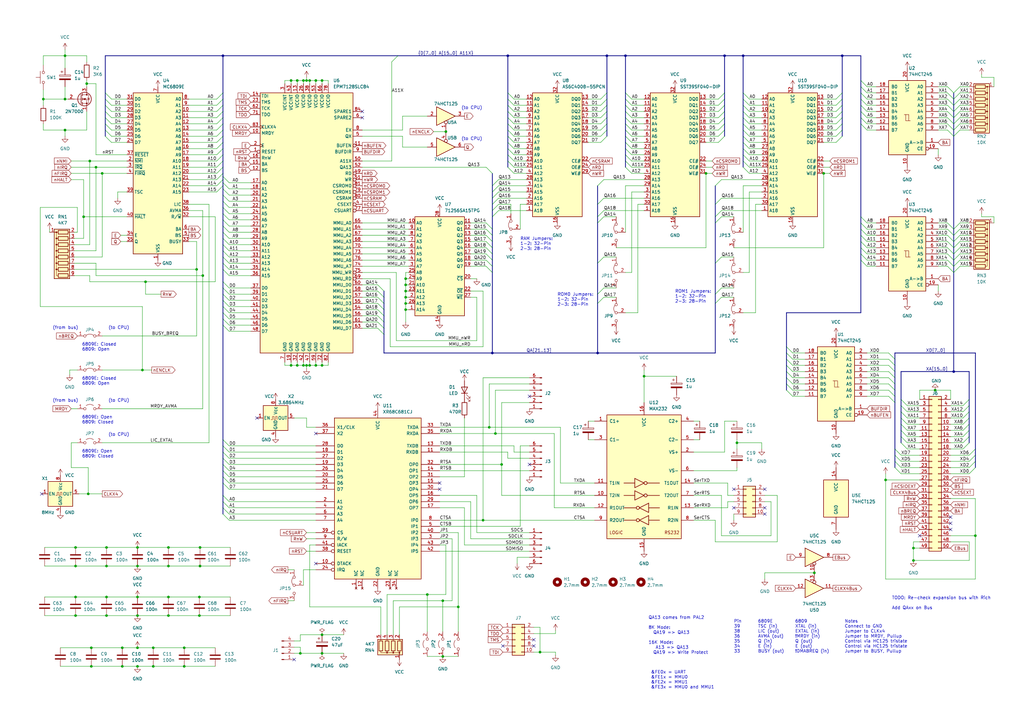
<source format=kicad_sch>
(kicad_sch (version 20211123) (generator eeschema)
  (paper "A3")
  (junction (at 36.83 66.04))
  (junction (at 37.465 265.684))
  (junction (at 34.29 88.9))
  (junction (at 198.12 213.36))
  (junction (at 248.92 22.86))
  (junction (at 119.38 33.02))
  (junction (at 30.988 244.856))
  (junction (at 56.388 244.856))
  (junction (at 264.16 154.305))
  (junction (at 201.93 144.78))
  (junction (at 345.44 22.86))
  (junction (at 203.2 177.8))
  (junction (at 400.05 219.71))
  (junction (at 56.388 265.684))
  (junction (at 80.645 110.49))
  (junction (at 166.37 114.3))
  (junction (at 56.388 224.536))
  (junction (at 75.565 273.304))
  (junction (at 50.165 265.684))
  (junction (at 56.388 232.156))
  (junction (at 125.73 149.86))
  (junction (at 181.61 246.38))
  (junction (at 187.96 248.92))
  (junction (at 43.688 232.156))
  (junction (at 166.37 116.84))
  (junction (at 83.185 113.03))
  (junction (at 69.088 224.536))
  (junction (at 43.688 252.476))
  (junction (at 221.488 267.462))
  (junction (at 56.388 273.304))
  (junction (at 129.54 149.86))
  (junction (at 125.73 33.02))
  (junction (at 26.67 53.34))
  (junction (at 132.08 260.35))
  (junction (at 119.38 149.86))
  (junction (at 82.042 224.536))
  (junction (at 289.56 71.12))
  (junction (at 205.74 190.5))
  (junction (at 391.16 152.4))
  (junction (at 30.988 224.536))
  (junction (at 26.67 22.86))
  (junction (at 35.56 34.29))
  (junction (at 123.19 267.97))
  (junction (at 59.69 115.57))
  (junction (at 91.44 22.86))
  (junction (at 302.26 181.61))
  (junction (at 297.18 22.86))
  (junction (at 41.91 71.12))
  (junction (at 56.388 252.476))
  (junction (at 62.865 265.684))
  (junction (at 245.11 144.78))
  (junction (at 37.465 273.304))
  (junction (at 30.988 232.156))
  (junction (at 121.92 33.02))
  (junction (at 334.01 234.95))
  (junction (at 383.54 160.02))
  (junction (at 127 33.02))
  (junction (at 43.688 244.856))
  (junction (at 132.08 33.02))
  (junction (at 26.67 40.64))
  (junction (at 166.37 121.92))
  (junction (at 82.042 232.156))
  (junction (at 181.61 269.24))
  (junction (at 363.22 196.85))
  (junction (at 304.8 22.86))
  (junction (at 69.088 252.476))
  (junction (at 62.865 273.304))
  (junction (at 256.54 22.86))
  (junction (at 124.46 149.86))
  (junction (at 132.08 267.97))
  (junction (at 36.195 202.565))
  (junction (at 374.65 229.87))
  (junction (at 69.088 244.856))
  (junction (at 166.37 124.46))
  (junction (at 17.78 40.64))
  (junction (at 129.54 33.02))
  (junction (at 166.37 127))
  (junction (at 121.92 149.86))
  (junction (at 50.165 273.304))
  (junction (at 337.82 71.12))
  (junction (at 132.08 149.86))
  (junction (at 69.088 232.156))
  (junction (at 58.42 151.765))
  (junction (at 81.788 244.856))
  (junction (at 124.46 33.02))
  (junction (at 127 149.86))
  (junction (at 182.88 53.975))
  (junction (at 374.65 224.79))
  (junction (at 30.988 252.476))
  (junction (at 39.37 68.58))
  (junction (at 43.688 224.536))
  (junction (at 75.565 265.684))
  (junction (at 166.37 119.38))
  (junction (at 200.66 175.26))
  (junction (at 208.28 22.86))
  (junction (at 81.788 252.476))
  (junction (at 175.26 243.84))
  (no_connect (at 218.948 264.922))
  (no_connect (at 120.65 270.51))
  (no_connect (at 377.19 219.71))
  (no_connect (at 148.59 45.72))
  (no_connect (at 180.34 198.12))
  (no_connect (at 206.248 264.922))
  (no_connect (at 129.54 231.14))
  (no_connect (at 129.54 177.8))
  (no_connect (at 180.34 200.66))
  (no_connect (at 105.41 171.45))
  (no_connect (at 217.17 162.56))
  (no_connect (at 389.89 214.63))
  (no_connect (at 17.145 202.565))
  (no_connect (at 313.69 210.82))
  (no_connect (at 218.948 262.382))
  (no_connect (at 217.17 190.5))
  (no_connect (at 389.89 212.09))
  (no_connect (at 389.89 217.17))
  (no_connect (at 300.99 200.66))
  (no_connect (at 300.99 208.28))
  (no_connect (at 313.69 200.66))
  (no_connect (at 313.69 208.28))
  (no_connect (at 148.59 48.26))
  (bus_entry (at 91.44 130.81) (size 2.54 2.54))
  (bus_entry (at 391.16 93.98) (size -2.54 -2.54))
  (bus_entry (at 91.44 195.58) (size 2.54 2.54))
  (bus_entry (at 91.44 193.04) (size 2.54 2.54))
  (bus_entry (at 91.44 198.12) (size 2.54 2.54))
  (bus_entry (at 91.44 185.42) (size 2.54 2.54))
  (bus_entry (at 91.44 190.5) (size 2.54 2.54))
  (bus_entry (at 91.44 187.96) (size 2.54 2.54))
  (bus_entry (at 304.8 55.88) (size 2.54 2.54))
  (bus_entry (at 256.54 53.34) (size 2.54 2.54))
  (bus_entry (at 391.16 38.1) (size 2.54 -2.54))
  (bus_entry (at 93.98 92.71) (size -2.54 -2.54))
  (bus_entry (at 208.28 38.1) (size 2.54 2.54))
  (bus_entry (at 208.28 40.64) (size 2.54 2.54))
  (bus_entry (at 208.28 43.18) (size 2.54 2.54))
  (bus_entry (at 208.28 45.72) (size 2.54 2.54))
  (bus_entry (at 208.28 48.26) (size 2.54 2.54))
  (bus_entry (at 208.28 50.8) (size 2.54 2.54))
  (bus_entry (at 208.28 53.34) (size 2.54 2.54))
  (bus_entry (at 208.28 55.88) (size 2.54 2.54))
  (bus_entry (at 208.28 58.42) (size 2.54 2.54))
  (bus_entry (at 208.28 60.96) (size 2.54 2.54))
  (bus_entry (at 208.28 63.5) (size 2.54 2.54))
  (bus_entry (at 208.28 66.04) (size 2.54 2.54))
  (bus_entry (at 208.28 68.58) (size 2.54 2.54))
  (bus_entry (at 391.16 101.6) (size -2.54 -2.54))
  (bus_entry (at 157.48 129.54) (size -2.54 -2.54))
  (bus_entry (at 391.16 40.64) (size 2.54 -2.54))
  (bus_entry (at 256.54 60.96) (size 2.54 2.54))
  (bus_entry (at 246.38 43.18) (size 2.54 -2.54))
  (bus_entry (at 367.03 162.56) (size -2.54 -2.54))
  (bus_entry (at 256.54 68.58) (size 2.54 2.54))
  (bus_entry (at 391.16 50.8) (size 2.54 -2.54))
  (bus_entry (at 304.8 38.1) (size 2.54 2.54))
  (bus_entry (at 353.06 38.1) (size 2.54 2.54))
  (bus_entry (at 353.06 35.56) (size 2.54 2.54))
  (bus_entry (at 353.06 33.02) (size 2.54 2.54))
  (bus_entry (at 353.06 40.64) (size 2.54 2.54))
  (bus_entry (at 353.06 43.18) (size 2.54 2.54))
  (bus_entry (at 353.06 48.26) (size 2.54 2.54))
  (bus_entry (at 353.06 45.72) (size 2.54 2.54))
  (bus_entry (at 353.06 50.8) (size 2.54 2.54))
  (bus_entry (at 256.54 38.1) (size 2.54 2.54))
  (bus_entry (at 201.93 104.14) (size -2.54 -2.54))
  (bus_entry (at 91.44 180.34) (size 2.54 2.54))
  (bus_entry (at 93.98 85.09) (size -2.54 -2.54))
  (bus_entry (at 304.8 66.04) (size 2.54 2.54))
  (bus_entry (at 391.16 109.22) (size 2.54 -2.54))
  (bus_entry (at 391.16 45.72) (size 2.54 -2.54))
  (bus_entry (at 256.54 43.18) (size 2.54 2.54))
  (bus_entry (at 91.44 133.35) (size 2.54 2.54))
  (bus_entry (at 322.58 157.48) (size 2.54 2.54))
  (bus_entry (at 157.48 132.08) (size -2.54 -2.54))
  (bus_entry (at 391.16 96.52) (size -2.54 -2.54))
  (bus_entry (at 93.98 107.95) (size -2.54 -2.54))
  (bus_entry (at 304.8 60.96) (size 2.54 2.54))
  (bus_entry (at 342.9 40.64) (size 2.54 -2.54))
  (bus_entry (at 91.44 120.65) (size 2.54 2.54))
  (bus_entry (at 245.11 76.2) (size 2.54 -2.54))
  (bus_entry (at 342.9 53.34) (size 2.54 -2.54))
  (bus_entry (at 93.98 105.41) (size -2.54 -2.54))
  (bus_entry (at 93.98 90.17) (size -2.54 -2.54))
  (bus_entry (at 93.98 87.63) (size -2.54 -2.54))
  (bus_entry (at 157.48 124.46) (size -2.54 -2.54))
  (bus_entry (at 391.16 43.18) (size 2.54 -2.54))
  (bus_entry (at 157.48 134.62) (size -2.54 -2.54))
  (bus_entry (at 245.11 91.44) (size 2.54 -2.54))
  (bus_entry (at 157.48 119.38) (size -2.54 -2.54))
  (bus_entry (at 391.16 99.06) (size 2.54 -2.54))
  (bus_entry (at 367.03 147.32) (size -2.54 -2.54))
  (bus_entry (at 367.03 165.1) (size -2.54 -2.54))
  (bus_entry (at 293.37 91.44) (size 2.54 -2.54))
  (bus_entry (at 342.9 45.72) (size 2.54 -2.54))
  (bus_entry (at 353.06 88.9) (size 2.54 2.54))
  (bus_entry (at 201.93 111.76) (size -2.54 -2.54))
  (bus_entry (at 245.11 124.46) (size 2.54 -2.54))
  (bus_entry (at 246.38 50.8) (size 2.54 -2.54))
  (bus_entry (at 201.93 93.98) (size -2.54 -2.54))
  (bus_entry (at 391.16 104.14) (size 2.54 -2.54))
  (bus_entry (at 391.16 106.68) (size 2.54 -2.54))
  (bus_entry (at 256.54 40.64) (size 2.54 2.54))
  (bus_entry (at 304.8 43.18) (size 2.54 2.54))
  (bus_entry (at 322.58 144.78) (size 2.54 2.54))
  (bus_entry (at 400.05 186.69) (size -2.54 2.54))
  (bus_entry (at 353.06 93.98) (size 2.54 2.54))
  (bus_entry (at 245.11 120.65) (size 2.54 -2.54))
  (bus_entry (at 353.06 91.44) (size 2.54 2.54))
  (bus_entry (at 304.8 68.58) (size 2.54 2.54))
  (bus_entry (at 353.06 104.14) (size 2.54 2.54))
  (bus_entry (at 367.03 184.15) (size 2.54 2.54))
  (bus_entry (at 367.03 186.69) (size 2.54 2.54))
  (bus_entry (at 367.03 189.23) (size 2.54 2.54))
  (bus_entry (at 367.03 191.77) (size 2.54 2.54))
  (bus_entry (at 91.44 208.28) (size 2.54 2.54))
  (bus_entry (at 91.44 210.82) (size 2.54 2.54))
  (bus_entry (at 91.44 205.74) (size 2.54 2.54))
  (bus_entry (at 91.44 203.2) (size 2.54 2.54))
  (bus_entry (at 256.54 55.88) (size 2.54 2.54))
  (bus_entry (at 201.93 101.6) (size -2.54 -2.54))
  (bus_entry (at 322.58 152.4) (size 2.54 2.54))
  (bus_entry (at 245.11 88.9) (size 2.54 -2.54))
  (bus_entry (at 88.9 40.64) (size 2.54 -2.54))
  (bus_entry (at 88.9 45.72) (size 2.54 -2.54))
  (bus_entry (at 88.9 43.18) (size 2.54 -2.54))
  (bus_entry (at 88.9 50.8) (size 2.54 -2.54))
  (bus_entry (at 88.9 53.34) (size 2.54 -2.54))
  (bus_entry (at 88.9 48.26) (size 2.54 -2.54))
  (bus_entry (at 88.9 55.88) (size 2.54 -2.54))
  (bus_entry (at 88.9 58.42) (size 2.54 -2.54))
  (bus_entry (at 88.9 68.58) (size 2.54 -2.54))
  (bus_entry (at 88.9 73.66) (size 2.54 -2.54))
  (bus_entry (at 88.9 71.12) (size 2.54 -2.54))
  (bus_entry (at 88.9 78.74) (size 2.54 -2.54))
  (bus_entry (at 88.9 76.2) (size 2.54 -2.54))
  (bus_entry (at 88.9 66.04) (size 2.54 -2.54))
  (bus_entry (at 88.9 63.5) (size 2.54 -2.54))
  (bus_entry (at 353.06 96.52) (size 2.54 2.54))
  (bus_entry (at 91.44 123.19) (size 2.54 2.54))
  (bus_entry (at 304.8 40.64) (size 2.54 2.54))
  (bus_entry (at 93.98 97.79) (size -2.54 -2.54))
  (bus_entry (at 353.06 106.68) (size 2.54 2.54))
  (bus_entry (at 391.16 101.6) (size 2.54 -2.54))
  (bus_entry (at 391.16 99.06) (size -2.54 -2.54))
  (bus_entry (at 201.93 71.12) (size -2.54 -2.54))
  (bus_entry (at 157.48 127) (size -2.54 -2.54))
  (bus_entry (at 88.9 60.96) (size 2.54 -2.54))
  (bus_entry (at 391.16 109.22) (size -2.54 -2.54))
  (bus_entry (at 91.44 128.27) (size 2.54 2.54))
  (bus_entry (at 322.58 160.02) (size 2.54 2.54))
  (bus_entry (at 400.05 184.15) (size -2.54 2.54))
  (bus_entry (at 353.06 101.6) (size 2.54 2.54))
  (bus_entry (at 342.9 50.8) (size 2.54 -2.54))
  (bus_entry (at 93.98 100.33) (size -2.54 -2.54))
  (bus_entry (at 391.16 106.68) (size -2.54 -2.54))
  (bus_entry (at 93.98 95.25) (size -2.54 -2.54))
  (bus_entry (at 342.9 58.42) (size 2.54 -2.54))
  (bus_entry (at 201.93 96.52) (size -2.54 -2.54))
  (bus_entry (at 91.44 118.11) (size 2.54 2.54))
  (bus_entry (at 163.195 22.86) (size -2.54 2.54))
  (bus_entry (at 391.16 53.34) (size 2.54 -2.54))
  (bus_entry (at 256.54 45.72) (size 2.54 2.54))
  (bus_entry (at 157.48 121.92) (size -2.54 -2.54))
  (bus_entry (at 245.11 107.95) (size 2.54 -2.54))
  (bus_entry (at 391.16 48.26) (size 2.54 -2.54))
  (bus_entry (at 353.06 99.06) (size 2.54 2.54))
  (bus_entry (at 322.58 147.32) (size 2.54 2.54))
  (bus_entry (at 304.8 53.34) (size 2.54 2.54))
  (bus_entry (at 342.9 43.18) (size 2.54 -2.54))
  (bus_entry (at 93.98 80.01) (size -2.54 -2.54))
  (bus_entry (at 43.18 45.72) (size 2.54 2.54))
  (bus_entry (at 43.18 38.1) (size 2.54 2.54))
  (bus_entry (at 43.18 43.18) (size 2.54 2.54))
  (bus_entry (at 43.18 40.64) (size 2.54 2.54))
  (bus_entry (at 43.18 55.88) (size 2.54 2.54))
  (bus_entry (at 43.18 53.34) (size 2.54 2.54))
  (bus_entry (at 43.18 48.26) (size 2.54 2.54))
  (bus_entry (at 43.18 50.8) (size 2.54 2.54))
  (bus_entry (at 91.44 125.73) (size 2.54 2.54))
  (bus_entry (at 391.16 111.76) (size 2.54 -2.54))
  (bus_entry (at 246.38 58.42) (size 2.54 -2.54))
  (bus_entry (at 246.38 53.34) (size 2.54 -2.54))
  (bus_entry (at 256.54 50.8) (size 2.54 2.54))
  (bus_entry (at 294.64 55.88) (size 2.54 -2.54))
  (bus_entry (at 294.64 53.34) (size 2.54 -2.54))
  (bus_entry (at 294.64 40.64) (size 2.54 -2.54))
  (bus_entry (at 294.64 58.42) (size 2.54 -2.54))
  (bus_entry (at 294.64 50.8) (size 2.54 -2.54))
  (bus_entry (at 294.64 43.18) (size 2.54 -2.54))
  (bus_entry (at 294.64 48.26) (size 2.54 -2.54))
  (bus_entry (at 294.64 45.72) (size 2.54 -2.54))
  (bus_entry (at 201.93 109.22) (size -2.54 -2.54))
  (bus_entry (at 93.98 82.55) (size -2.54 -2.54))
  (bus_entry (at 201.93 83.82) (size 2.54 -2.54))
  (bus_entry (at 201.93 88.9) (size 2.54 -2.54))
  (bus_entry (at 201.93 81.28) (size 2.54 -2.54))
  (bus_entry (at 201.93 78.74) (size 2.54 -2.54))
  (bus_entry (at 201.93 86.36) (size 2.54 -2.54))
  (bus_entry (at 91.44 115.57) (size 2.54 2.54))
  (bus_entry (at 256.54 66.04) (size 2.54 2.54))
  (bus_entry (at 322.58 154.94) (size 2.54 2.54))
  (bus_entry (at 342.9 55.88) (size 2.54 -2.54))
  (bus_entry (at 293.37 107.95) (size 2.54 -2.54))
  (bus_entry (at 391.16 104.14) (size -2.54 -2.54))
  (bus_entry (at 93.98 113.03) (size -2.54 -2.54))
  (bus_entry (at 245.11 83.82) (size 2.54 -2.54))
  (bus_entry (at 157.48 137.16) (size -2.54 -2.54))
  (bus_entry (at 93.98 77.47) (size -2.54 -2.54))
  (bus_entry (at 246.38 55.88) (size 2.54 -2.54))
  (bus_entry (at 391.16 55.88) (size 2.54 -2.54))
  (bus_entry (at 293.37 124.46) (size 2.54 -2.54))
  (bus_entry (at 391.16 93.98) (size 2.54 -2.54))
  (bus_entry (at 391.16 43.18) (size -2.54 -2.54))
  (bus_entry (at 391.16 45.72) (size -2.54 -2.54))
  (bus_entry (at 391.16 48.26) (size -2.54 -2.54))
  (bus_entry (at 391.16 50.8) (size -2.54 -2.54))
  (bus_entry (at 391.16 53.34) (size -2.54 -2.54))
  (bus_entry (at 391.16 55.88) (size -2.54 -2.54))
  (bus_entry (at 391.16 38.1) (size -2.54 -2.54))
  (bus_entry (at 391.16 40.64) (size -2.54 -2.54))
  (bus_entry (at 367.03 160.02) (size -2.54 -2.54))
  (bus_entry (at 304.8 48.26) (size 2.54 2.54))
  (bus_entry (at 322.58 149.86) (size 2.54 2.54))
  (bus_entry (at 201.93 106.68) (size -2.54 -2.54))
  (bus_entry (at 293.37 83.82) (size 2.54 -2.54))
  (bus_entry (at 256.54 48.26) (size 2.54 2.54))
  (bus_entry (at 367.03 154.94) (size -2.54 -2.54))
  (bus_entry (at 400.05 189.23) (size -2.54 2.54))
  (bus_entry (at 293.37 88.9) (size 2.54 -2.54))
  (bus_entry (at 201.93 99.06) (size -2.54 -2.54))
  (bus_entry (at 93.98 74.93) (size -2.54 -2.54))
  (bus_entry (at 246.38 45.72) (size 2.54 -2.54))
  (bus_entry (at 367.03 157.48) (size -2.54 -2.54))
  (bus_entry (at 304.8 63.5) (size 2.54 2.54))
  (bus_entry (at 367.03 152.4) (size -2.54 -2.54))
  (bus_entry (at 93.98 102.87) (size -2.54 -2.54))
  (bus_entry (at 246.38 40.64) (size 2.54 -2.54))
  (bus_entry (at 322.58 142.24) (size 2.54 2.54))
  (bus_entry (at 91.44 182.88) (size 2.54 2.54))
  (bus_entry (at 304.8 45.72) (size 2.54 2.54))
  (bus_entry (at 201.93 76.2) (size 2.54 -2.54))
  (bus_entry (at 304.8 50.8) (size 2.54 2.54))
  (bus_entry (at 246.38 48.26) (size 2.54 -2.54))
  (bus_entry (at 397.51 176.53) (size -2.54 2.54))
  (bus_entry (at 397.51 173.99) (size -2.54 2.54))
  (bus_entry (at 397.51 163.83) (size -2.54 2.54))
  (bus_entry (at 397.51 168.91) (size -2.54 2.54))
  (bus_entry (at 397.51 166.37) (size -2.54 2.54))
  (bus_entry (at 397.51 171.45) (size -2.54 2.54))
  (bus_entry (at 397.51 179.07) (size -2.54 2.54))
  (bus_entry (at 397.51 181.61) (size -2.54 2.54))
  (bus_entry (at 367.03 149.86) (size -2.54 -2.54))
  (bus_entry (at 369.57 163.83) (size 2.54 2.54))
  (bus_entry (at 369.57 166.37) (size 2.54 2.54))
  (bus_entry (at 369.57 176.53) (size 2.54 2.54))
  (bus_entry (at 369.57 179.07) (size 2.54 2.54))
  (bus_entry (at 369.57 181.61) (size 2.54 2.54))
  (bus_entry (at 369.57 168.91) (size 2.54 2.54))
  (bus_entry (at 369.57 171.45) (size 2.54 2.54))
  (bus_entry (at 369.57 173.99) (size 2.54 2.54))
  (bus_entry (at 304.8 58.42) (size 2.54 2.54))
  (bus_entry (at 93.98 110.49) (size -2.54 -2.54))
  (bus_entry (at 293.37 76.2) (size 2.54 -2.54))
  (bus_entry (at 391.16 111.76) (size -2.54 -2.54))
  (bus_entry (at 293.37 120.65) (size 2.54 -2.54))
  (bus_entry (at 256.54 58.42) (size 2.54 2.54))
  (bus_entry (at 256.54 63.5) (size 2.54 2.54))
  (bus_entry (at 391.16 96.52) (size 2.54 -2.54))
  (bus_entry (at 342.9 48.26) (size 2.54 -2.54))
  (bus_entry (at 400.05 191.77) (size -2.54 2.54))
  (bus (pts (xy 91.44 190.5) (xy 91.44 193.04)))
  (wire (pts (xy 337.82 58.42) (xy 342.9 58.42)))
  (wire (pts (xy 69.088 244.856) (xy 81.788 244.856)))
  (wire (pts (xy 56.388 232.156) (xy 69.088 232.156)))
  (wire (pts (xy 355.6 50.8) (xy 359.41 50.8)))
  (bus (pts (xy 397.51 168.91) (xy 397.51 171.45)))
  (bus (pts (xy 91.44 48.26) (xy 91.44 50.8)))
  (bus (pts (xy 391.16 152.4) (xy 397.51 152.4)))
  (bus (pts (xy 201.93 106.68) (xy 201.93 109.22)))
  (wire (pts (xy 241.3 45.72) (xy 246.38 45.72)))
  (bus (pts (xy 397.51 171.45) (xy 397.51 173.99)))
  (wire (pts (xy 77.47 40.64) (xy 88.9 40.64)))
  (wire (pts (xy 369.57 189.23) (xy 377.19 189.23)))
  (wire (pts (xy 193.04 220.98) (xy 217.17 220.98)))
  (wire (pts (xy 93.98 182.88) (xy 129.54 182.88)))
  (wire (pts (xy 18.288 244.856) (xy 30.988 244.856)))
  (bus (pts (xy 322.58 157.48) (xy 322.58 160.02)))
  (wire (pts (xy 93.98 102.87) (xy 102.87 102.87)))
  (bus (pts (xy 157.48 121.92) (xy 157.48 124.46)))
  (wire (pts (xy 93.98 80.01) (xy 102.87 80.01)))
  (wire (pts (xy 26.67 53.34) (xy 26.67 55.88)))
  (bus (pts (xy 391.16 45.72) (xy 391.16 48.26)))
  (wire (pts (xy 397.51 109.22) (xy 393.7 109.22)))
  (wire (pts (xy 45.72 58.42) (xy 52.07 58.42)))
  (bus (pts (xy 43.18 40.64) (xy 43.18 43.18)))
  (bus (pts (xy 43.18 22.86) (xy 43.18 38.1)))
  (wire (pts (xy 355.6 93.98) (xy 359.41 93.98)))
  (wire (pts (xy 210.82 53.34) (xy 215.9 53.34)))
  (wire (pts (xy 307.34 45.72) (xy 312.42 45.72)))
  (wire (pts (xy 208.28 185.42) (xy 208.28 187.96)))
  (wire (pts (xy 298.45 203.2) (xy 298.45 198.12)))
  (bus (pts (xy 91.44 53.34) (xy 91.44 55.88)))
  (bus (pts (xy 201.93 78.74) (xy 201.93 81.28)))
  (wire (pts (xy 35.56 22.86) (xy 35.56 25.4)))
  (bus (pts (xy 91.44 123.19) (xy 91.44 125.73)))
  (wire (pts (xy 81.788 244.856) (xy 94.488 244.856)))
  (bus (pts (xy 397.51 163.83) (xy 397.51 166.37)))
  (wire (pts (xy 393.7 43.18) (xy 397.51 43.18)))
  (wire (pts (xy 34.29 88.9) (xy 52.07 88.9)))
  (bus (pts (xy 297.18 50.8) (xy 297.18 48.26)))
  (wire (pts (xy 289.56 48.26) (xy 294.64 48.26)))
  (wire (pts (xy 295.91 88.9) (xy 300.99 88.9)))
  (bus (pts (xy 367.03 186.69) (xy 367.03 189.23)))
  (wire (pts (xy 123.19 260.35) (xy 132.08 260.35)))
  (wire (pts (xy 43.688 232.156) (xy 56.388 232.156)))
  (wire (pts (xy 393.7 35.56) (xy 397.51 35.56)))
  (wire (pts (xy 48.26 78.74) (xy 48.26 81.28)))
  (wire (pts (xy 123.19 262.89) (xy 123.19 260.35)))
  (wire (pts (xy 393.7 53.34) (xy 397.51 53.34)))
  (wire (pts (xy 195.58 218.44) (xy 217.17 218.44)))
  (wire (pts (xy 210.82 58.42) (xy 215.9 58.42)))
  (wire (pts (xy 132.08 149.86) (xy 134.62 149.86)))
  (wire (pts (xy 293.37 213.36) (xy 284.48 213.36)))
  (bus (pts (xy 353.06 48.26) (xy 353.06 50.8)))
  (wire (pts (xy 39.37 68.58) (xy 52.07 68.58)))
  (wire (pts (xy 16.51 85.09) (xy 16.51 125.73)))
  (wire (pts (xy 325.12 154.94) (xy 330.2 154.94)))
  (wire (pts (xy 364.49 147.32) (xy 355.6 147.32)))
  (bus (pts (xy 297.18 22.86) (xy 304.8 22.86)))
  (wire (pts (xy 93.98 105.41) (xy 102.87 105.41)))
  (wire (pts (xy 77.47 68.58) (xy 88.9 68.58)))
  (wire (pts (xy 227.838 267.462) (xy 221.488 267.462)))
  (wire (pts (xy 374.65 222.25) (xy 374.65 224.79)))
  (wire (pts (xy 337.82 45.72) (xy 342.9 45.72)))
  (wire (pts (xy 210.82 55.88) (xy 215.9 55.88)))
  (wire (pts (xy 241.3 55.88) (xy 246.38 55.88)))
  (wire (pts (xy 175.26 47.625) (xy 165.1 47.625)))
  (bus (pts (xy 43.18 45.72) (xy 43.18 48.26)))
  (bus (pts (xy 304.8 50.8) (xy 304.8 53.34)))
  (bus (pts (xy 91.44 80.01) (xy 91.44 82.55)))
  (bus (pts (xy 91.44 76.2) (xy 91.44 77.47)))
  (bus (pts (xy 353.06 101.6) (xy 353.06 104.14)))
  (wire (pts (xy 59.69 115.57) (xy 59.69 120.65)))
  (wire (pts (xy 199.39 101.6) (xy 193.04 101.6)))
  (wire (pts (xy 199.39 104.14) (xy 193.04 104.14)))
  (wire (pts (xy 148.59 99.06) (xy 167.64 99.06)))
  (wire (pts (xy 77.47 63.5) (xy 88.9 63.5)))
  (bus (pts (xy 369.57 152.4) (xy 391.16 152.4)))
  (wire (pts (xy 77.47 55.88) (xy 88.9 55.88)))
  (bus (pts (xy 157.48 119.38) (xy 157.48 121.92)))
  (wire (pts (xy 121.92 149.86) (xy 124.46 149.86)))
  (bus (pts (xy 345.44 53.34) (xy 345.44 50.8)))
  (bus (pts (xy 353.06 45.72) (xy 353.06 48.26)))
  (wire (pts (xy 389.89 219.71) (xy 400.05 219.71)))
  (bus (pts (xy 353.06 104.14) (xy 353.06 106.68)))
  (wire (pts (xy 389.89 176.53) (xy 394.97 176.53)))
  (wire (pts (xy 383.54 160.02) (xy 389.89 160.02)))
  (wire (pts (xy 302.26 181.61) (xy 312.42 181.61)))
  (wire (pts (xy 77.47 58.42) (xy 88.9 58.42)))
  (wire (pts (xy 93.98 82.55) (xy 102.87 82.55)))
  (bus (pts (xy 367.03 160.02) (xy 367.03 157.48)))
  (wire (pts (xy 313.69 203.2) (xy 318.77 203.2)))
  (wire (pts (xy 284.48 172.72) (xy 287.02 172.72)))
  (wire (pts (xy 241.3 40.64) (xy 246.38 40.64)))
  (wire (pts (xy 199.39 96.52) (xy 193.04 96.52)))
  (wire (pts (xy 26.67 53.34) (xy 35.56 53.34)))
  (wire (pts (xy 389.89 179.07) (xy 394.97 179.07)))
  (wire (pts (xy 200.66 157.48) (xy 200.66 175.26)))
  (wire (pts (xy 148.59 96.52) (xy 167.64 96.52)))
  (wire (pts (xy 166.37 119.38) (xy 167.64 119.38)))
  (wire (pts (xy 364.49 162.56) (xy 355.6 162.56)))
  (bus (pts (xy 43.18 43.18) (xy 43.18 45.72)))
  (wire (pts (xy 83.185 86.36) (xy 83.185 113.03)))
  (wire (pts (xy 58.42 125.73) (xy 58.42 151.765)))
  (wire (pts (xy 355.6 106.68) (xy 359.41 106.68)))
  (bus (pts (xy 345.44 43.18) (xy 345.44 40.64)))
  (wire (pts (xy 397.51 106.68) (xy 393.7 106.68)))
  (wire (pts (xy 62.865 265.684) (xy 75.565 265.684)))
  (wire (pts (xy 389.89 184.15) (xy 394.97 184.15)))
  (wire (pts (xy 302.26 172.72) (xy 297.18 172.72)))
  (wire (pts (xy 30.988 232.156) (xy 43.688 232.156)))
  (wire (pts (xy 154.94 119.38) (xy 148.59 119.38)))
  (bus (pts (xy 353.06 35.56) (xy 353.06 38.1)))
  (wire (pts (xy 318.77 222.25) (xy 293.37 222.25)))
  (wire (pts (xy 125.73 171.45) (xy 125.73 175.26)))
  (bus (pts (xy 400.05 186.69) (xy 400.05 189.23)))
  (wire (pts (xy 93.98 90.17) (xy 102.87 90.17)))
  (wire (pts (xy 132.08 33.02) (xy 134.62 33.02)))
  (wire (pts (xy 302.26 180.34) (xy 302.26 181.61)))
  (bus (pts (xy 391.16 101.6) (xy 391.16 104.14)))
  (wire (pts (xy 45.72 45.72) (xy 52.07 45.72)))
  (wire (pts (xy 116.84 34.29) (xy 116.84 33.02)))
  (wire (pts (xy 204.47 76.2) (xy 215.9 76.2)))
  (wire (pts (xy 355.6 104.14) (xy 359.41 104.14)))
  (wire (pts (xy 247.65 88.9) (xy 252.73 88.9)))
  (wire (pts (xy 210.82 45.72) (xy 215.9 45.72)))
  (wire (pts (xy 384.81 38.1) (xy 388.62 38.1)))
  (bus (pts (xy 256.54 60.96) (xy 256.54 63.5)))
  (wire (pts (xy 293.37 222.25) (xy 293.37 213.36)))
  (bus (pts (xy 322.58 142.24) (xy 322.58 128.27)))
  (wire (pts (xy 199.39 93.98) (xy 193.04 93.98)))
  (wire (pts (xy 259.08 68.58) (xy 264.16 68.58)))
  (bus (pts (xy 367.03 144.78) (xy 400.05 144.78)))
  (wire (pts (xy 129.54 33.02) (xy 129.54 34.29)))
  (bus (pts (xy 201.93 111.76) (xy 201.93 144.78)))
  (wire (pts (xy 127 149.86) (xy 127 148.59)))
  (bus (pts (xy 245.11 124.46) (xy 245.11 144.78)))
  (wire (pts (xy 264.16 154.305) (xy 264.16 165.1)))
  (bus (pts (xy 369.57 166.37) (xy 369.57 168.91)))
  (wire (pts (xy 34.29 97.79) (xy 34.29 88.9)))
  (wire (pts (xy 181.61 246.38) (xy 181.61 259.08)))
  (wire (pts (xy 241.3 58.42) (xy 246.38 58.42)))
  (bus (pts (xy 293.37 91.44) (xy 293.37 107.95)))
  (wire (pts (xy 80.645 99.06) (xy 80.645 110.49)))
  (wire (pts (xy 125.73 220.98) (xy 129.54 220.98)))
  (wire (pts (xy 148.59 93.98) (xy 167.64 93.98)))
  (wire (pts (xy 300.99 101.6) (xy 337.82 101.6)))
  (wire (pts (xy 355.6 38.1) (xy 359.41 38.1)))
  (bus (pts (xy 304.8 43.18) (xy 304.8 45.72)))
  (wire (pts (xy 374.65 229.87) (xy 397.51 229.87)))
  (bus (pts (xy 91.44 40.64) (xy 91.44 43.18)))
  (wire (pts (xy 289.56 53.34) (xy 294.64 53.34)))
  (wire (pts (xy 93.98 118.11) (xy 102.87 118.11)))
  (wire (pts (xy 384.81 35.56) (xy 388.62 35.56)))
  (wire (pts (xy 203.2 160.02) (xy 203.2 177.8)))
  (wire (pts (xy 31.75 85.09) (xy 31.75 95.25)))
  (wire (pts (xy 93.98 198.12) (xy 129.54 198.12)))
  (wire (pts (xy 180.34 223.52) (xy 182.88 223.52)))
  (bus (pts (xy 369.57 173.99) (xy 369.57 176.53)))
  (wire (pts (xy 318.77 203.2) (xy 318.77 222.25)))
  (wire (pts (xy 227.33 177.8) (xy 227.33 208.28)))
  (bus (pts (xy 248.92 50.8) (xy 248.92 48.26)))
  (wire (pts (xy 384.81 109.22) (xy 388.62 109.22)))
  (wire (pts (xy 26.67 22.86) (xy 35.56 22.86)))
  (wire (pts (xy 37.465 265.684) (xy 50.165 265.684)))
  (wire (pts (xy 166.37 127) (xy 167.64 127)))
  (wire (pts (xy 162.56 139.7) (xy 162.56 111.76)))
  (wire (pts (xy 355.6 35.56) (xy 359.41 35.56)))
  (wire (pts (xy 93.98 205.74) (xy 129.54 205.74)))
  (wire (pts (xy 30.988 252.476) (xy 43.688 252.476)))
  (wire (pts (xy 298.45 208.28) (xy 298.45 205.74)))
  (wire (pts (xy 259.08 40.64) (xy 264.16 40.64)))
  (wire (pts (xy 166.37 116.84) (xy 167.64 116.84)))
  (wire (pts (xy 154.94 121.92) (xy 148.59 121.92)))
  (wire (pts (xy 213.36 83.82) (xy 215.9 83.82)))
  (bus (pts (xy 208.28 55.88) (xy 208.28 58.42)))
  (bus (pts (xy 91.44 43.18) (xy 91.44 45.72)))
  (wire (pts (xy 203.2 177.8) (xy 227.33 177.8)))
  (wire (pts (xy 393.7 38.1) (xy 397.51 38.1)))
  (wire (pts (xy 124.46 240.03) (xy 124.46 233.68)))
  (bus (pts (xy 201.93 93.98) (xy 201.93 96.52)))
  (wire (pts (xy 93.98 190.5) (xy 129.54 190.5)))
  (bus (pts (xy 345.44 45.72) (xy 345.44 43.18)))
  (bus (pts (xy 248.92 53.34) (xy 248.92 50.8)))
  (bus (pts (xy 91.44 87.63) (xy 91.44 90.17)))
  (wire (pts (xy 337.82 55.88) (xy 342.9 55.88)))
  (wire (pts (xy 85.725 83.82) (xy 85.725 181.61)))
  (wire (pts (xy 180.34 177.8) (xy 203.2 177.8)))
  (wire (pts (xy 93.98 130.81) (xy 102.87 130.81)))
  (wire (pts (xy 312.42 76.2) (xy 304.8 76.2)))
  (bus (pts (xy 367.03 149.86) (xy 367.03 152.4)))
  (wire (pts (xy 355.6 109.22) (xy 359.41 109.22)))
  (wire (pts (xy 389.89 166.37) (xy 394.97 166.37)))
  (bus (pts (xy 91.44 198.12) (xy 91.44 203.2)))
  (wire (pts (xy 227.838 267.462) (xy 227.838 268.732)))
  (wire (pts (xy 116.84 33.02) (xy 119.38 33.02)))
  (wire (pts (xy 118.11 246.38) (xy 120.65 246.38)))
  (wire (pts (xy 93.98 213.36) (xy 129.54 213.36)))
  (wire (pts (xy 82.042 224.536) (xy 94.488 224.536)))
  (wire (pts (xy 29.21 181.61) (xy 29.21 191.77)))
  (wire (pts (xy 77.47 71.12) (xy 88.9 71.12)))
  (wire (pts (xy 193.04 119.38) (xy 198.12 119.38)))
  (bus (pts (xy 369.57 179.07) (xy 369.57 181.61)))
  (bus (pts (xy 353.06 40.64) (xy 353.06 43.18)))
  (wire (pts (xy 62.865 273.304) (xy 75.565 273.304)))
  (bus (pts (xy 391.16 43.18) (xy 391.16 45.72)))
  (wire (pts (xy 295.91 73.66) (xy 312.42 73.66)))
  (wire (pts (xy 39.37 68.58) (xy 39.37 102.87)))
  (bus (pts (xy 91.44 208.28) (xy 91.44 210.82)))
  (bus (pts (xy 245.11 107.95) (xy 245.11 120.65)))
  (wire (pts (xy 93.98 208.28) (xy 129.54 208.28)))
  (wire (pts (xy 355.6 43.18) (xy 359.41 43.18)))
  (bus (pts (xy 391.16 55.88) (xy 391.16 93.98)))
  (wire (pts (xy 298.45 205.74) (xy 300.99 205.74)))
  (wire (pts (xy 256.54 111.76) (xy 259.08 111.76)))
  (wire (pts (xy 389.89 160.02) (xy 389.89 163.83)))
  (wire (pts (xy 298.45 198.12) (xy 284.48 198.12)))
  (bus (pts (xy 91.44 180.34) (xy 91.44 182.88)))
  (bus (pts (xy 304.8 40.64) (xy 304.8 43.18)))
  (bus (pts (xy 248.92 43.18) (xy 248.92 40.64)))
  (wire (pts (xy 41.91 151.765) (xy 58.42 151.765)))
  (bus (pts (xy 201.93 101.6) (xy 201.93 104.14)))
  (wire (pts (xy 190.5 208.28) (xy 190.5 223.52)))
  (wire (pts (xy 316.23 205.74) (xy 313.69 205.74)))
  (wire (pts (xy 39.37 113.03) (xy 83.185 113.03)))
  (wire (pts (xy 400.05 204.47) (xy 400.05 219.71)))
  (bus (pts (xy 297.18 45.72) (xy 297.18 43.18)))
  (wire (pts (xy 364.49 154.94) (xy 355.6 154.94)))
  (wire (pts (xy 204.47 78.74) (xy 215.9 78.74)))
  (bus (pts (xy 91.44 55.88) (xy 91.44 58.42)))
  (wire (pts (xy 400.05 237.49) (xy 363.22 237.49)))
  (wire (pts (xy 289.56 40.64) (xy 294.64 40.64)))
  (wire (pts (xy 369.57 194.31) (xy 377.19 194.31)))
  (wire (pts (xy 120.65 265.43) (xy 123.19 265.43)))
  (wire (pts (xy 52.07 78.74) (xy 48.26 78.74)))
  (bus (pts (xy 322.58 128.27) (xy 353.06 128.27)))
  (wire (pts (xy 45.72 48.26) (xy 52.07 48.26)))
  (wire (pts (xy 30.48 95.25) (xy 31.75 95.25)))
  (wire (pts (xy 56.388 224.536) (xy 69.088 224.536)))
  (wire (pts (xy 204.47 86.36) (xy 215.9 86.36)))
  (bus (pts (xy 391.16 48.26) (xy 391.16 50.8)))
  (wire (pts (xy 77.47 48.26) (xy 88.9 48.26)))
  (wire (pts (xy 77.47 43.18) (xy 88.9 43.18)))
  (bus (pts (xy 391.16 109.22) (xy 391.16 111.76)))
  (wire (pts (xy 17.78 22.86) (xy 17.78 26.67)))
  (wire (pts (xy 261.62 128.27) (xy 261.62 83.82)))
  (bus (pts (xy 304.8 53.34) (xy 304.8 55.88)))
  (bus (pts (xy 208.28 48.26) (xy 208.28 50.8)))
  (wire (pts (xy 166.37 116.84) (xy 166.37 119.38)))
  (wire (pts (xy 161.29 246.38) (xy 181.61 246.38)))
  (wire (pts (xy 397.51 101.6) (xy 393.7 101.6)))
  (bus (pts (xy 256.54 43.18) (xy 256.54 45.72)))
  (bus (pts (xy 91.44 187.96) (xy 91.44 190.5)))
  (wire (pts (xy 393.7 50.8) (xy 397.51 50.8)))
  (bus (pts (xy 256.54 40.64) (xy 256.54 43.18)))
  (wire (pts (xy 75.565 273.304) (xy 88.265 273.304)))
  (wire (pts (xy 148.59 109.22) (xy 167.64 109.22)))
  (wire (pts (xy 17.78 22.86) (xy 26.67 22.86)))
  (wire (pts (xy 116.84 149.86) (xy 116.84 148.59)))
  (bus (pts (xy 322.58 152.4) (xy 322.58 154.94)))
  (wire (pts (xy 241.3 43.18) (xy 246.38 43.18)))
  (wire (pts (xy 121.92 33.02) (xy 121.92 34.29)))
  (wire (pts (xy 212.09 228.6) (xy 217.17 228.6)))
  (wire (pts (xy 121.92 149.86) (xy 121.92 148.59)))
  (bus (pts (xy 256.54 66.04) (xy 256.54 68.58)))
  (wire (pts (xy 56.388 252.476) (xy 69.088 252.476)))
  (bus (pts (xy 91.44 97.79) (xy 91.44 100.33)))
  (bus (pts (xy 397.51 176.53) (xy 397.51 179.07)))
  (wire (pts (xy 132.08 149.86) (xy 132.08 148.59)))
  (wire (pts (xy 182.88 223.52) (xy 182.88 243.84)))
  (bus (pts (xy 367.03 152.4) (xy 367.03 154.94)))
  (wire (pts (xy 36.195 202.565) (xy 32.385 202.565)))
  (wire (pts (xy 16.51 85.09) (xy 31.75 85.09)))
  (wire (pts (xy 295.91 203.2) (xy 284.48 203.2)))
  (wire (pts (xy 24.765 265.684) (xy 37.465 265.684)))
  (wire (pts (xy 307.34 55.88) (xy 312.42 55.88)))
  (wire (pts (xy 93.98 210.82) (xy 129.54 210.82)))
  (wire (pts (xy 34.29 73.66) (xy 34.29 88.9)))
  (wire (pts (xy 210.82 71.12) (xy 215.9 71.12)))
  (bus (pts (xy 322.58 144.78) (xy 322.58 147.32)))
  (wire (pts (xy 397.51 222.25) (xy 389.89 222.25)))
  (wire (pts (xy 77.47 78.74) (xy 88.9 78.74)))
  (wire (pts (xy 213.36 215.9) (xy 180.34 215.9)))
  (bus (pts (xy 163.195 22.86) (xy 208.28 22.86)))
  (wire (pts (xy 198.12 213.36) (xy 198.12 154.94)))
  (wire (pts (xy 30.48 100.33) (xy 36.83 100.33)))
  (wire (pts (xy 41.91 167.64) (xy 83.185 167.64)))
  (bus (pts (xy 91.44 22.86) (xy 91.44 38.1)))
  (bus (pts (xy 91.44 58.42) (xy 91.44 60.96)))
  (wire (pts (xy 29.21 71.12) (xy 41.91 71.12)))
  (wire (pts (xy 289.56 55.88) (xy 294.64 55.88)))
  (bus (pts (xy 369.57 152.4) (xy 369.57 163.83)))
  (bus (pts (xy 91.44 68.58) (xy 91.44 71.12)))
  (bus (pts (xy 367.03 154.94) (xy 367.03 157.48)))
  (wire (pts (xy 148.59 114.3) (xy 160.02 114.3)))
  (wire (pts (xy 17.78 53.34) (xy 26.67 53.34)))
  (wire (pts (xy 26.67 20.32) (xy 26.67 22.86)))
  (bus (pts (xy 91.44 120.65) (xy 91.44 123.19)))
  (wire (pts (xy 355.6 91.44) (xy 359.41 91.44)))
  (wire (pts (xy 26.67 40.64) (xy 27.94 40.64)))
  (wire (pts (xy 77.47 76.2) (xy 88.9 76.2)))
  (wire (pts (xy 35.56 45.72) (xy 35.56 53.34)))
  (wire (pts (xy 312.42 78.74) (xy 307.34 78.74)))
  (wire (pts (xy 185.42 220.98) (xy 185.42 246.38)))
  (bus (pts (xy 256.54 63.5) (xy 256.54 66.04)))
  (wire (pts (xy 213.36 93.98) (xy 213.36 83.82)))
  (wire (pts (xy 200.66 175.26) (xy 180.34 175.26)))
  (wire (pts (xy 121.92 33.02) (xy 124.46 33.02)))
  (wire (pts (xy 36.83 66.04) (xy 36.83 100.33)))
  (wire (pts (xy 195.58 218.44) (xy 195.58 203.2)))
  (wire (pts (xy 292.1 71.12) (xy 289.56 71.12)))
  (bus (pts (xy 208.28 50.8) (xy 208.28 53.34)))
  (bus (pts (xy 91.44 38.1) (xy 91.44 40.64)))
  (wire (pts (xy 30.48 113.03) (xy 36.83 113.03)))
  (wire (pts (xy 292.1 68.58) (xy 289.56 68.58)))
  (wire (pts (xy 384.81 104.14) (xy 388.62 104.14)))
  (wire (pts (xy 221.488 257.302) (xy 221.488 267.462)))
  (wire (pts (xy 18.288 224.536) (xy 30.988 224.536)))
  (wire (pts (xy 307.34 53.34) (xy 312.42 53.34)))
  (bus (pts (xy 91.44 203.2) (xy 91.44 205.74)))
  (wire (pts (xy 210.82 66.04) (xy 215.9 66.04)))
  (bus (pts (xy 91.44 118.11) (xy 91.44 120.65)))
  (wire (pts (xy 289.56 45.72) (xy 294.64 45.72)))
  (wire (pts (xy 199.39 99.06) (xy 193.04 99.06)))
  (wire (pts (xy 304.8 128.27) (xy 309.88 128.27)))
  (bus (pts (xy 397.51 179.07) (xy 397.51 181.61)))
  (wire (pts (xy 337.82 50.8) (xy 342.9 50.8)))
  (bus (pts (xy 91.44 105.41) (xy 91.44 107.95)))
  (wire (pts (xy 264.16 78.74) (xy 259.08 78.74)))
  (wire (pts (xy 180.34 185.42) (xy 208.28 185.42)))
  (bus (pts (xy 397.51 152.4) (xy 397.51 163.83)))
  (bus (pts (xy 353.06 50.8) (xy 353.06 88.9)))
  (wire (pts (xy 69.088 232.156) (xy 82.042 232.156)))
  (wire (pts (xy 397.51 104.14) (xy 393.7 104.14)))
  (wire (pts (xy 154.94 134.62) (xy 148.59 134.62)))
  (wire (pts (xy 337.82 48.26) (xy 342.9 48.26)))
  (bus (pts (xy 157.48 144.78) (xy 201.93 144.78)))
  (wire (pts (xy 156.21 260.35) (xy 156.21 248.92)))
  (bus (pts (xy 297.18 48.26) (xy 297.18 45.72)))
  (wire (pts (xy 77.47 86.36) (xy 83.185 86.36)))
  (bus (pts (xy 353.06 33.02) (xy 353.06 35.56)))
  (wire (pts (xy 193.04 121.92) (xy 195.58 121.92)))
  (bus (pts (xy 91.44 82.55) (xy 91.44 85.09)))
  (bus (pts (xy 91.44 125.73) (xy 91.44 128.27)))
  (wire (pts (xy 93.98 125.73) (xy 102.87 125.73)))
  (wire (pts (xy 199.39 106.68) (xy 193.04 106.68)))
  (wire (pts (xy 160.655 25.4) (xy 160.655 66.04)))
  (wire (pts (xy 252.73 101.6) (xy 289.56 101.6)))
  (bus (pts (xy 208.28 22.86) (xy 208.28 38.1)))
  (bus (pts (xy 256.54 22.86) (xy 297.18 22.86)))
  (wire (pts (xy 364.49 149.86) (xy 355.6 149.86)))
  (bus (pts (xy 43.18 38.1) (xy 43.18 40.64)))
  (bus (pts (xy 91.44 45.72) (xy 91.44 48.26)))
  (bus (pts (xy 304.8 55.88) (xy 304.8 58.42)))
  (bus (pts (xy 293.37 88.9) (xy 293.37 91.44)))
  (wire (pts (xy 17.78 43.18) (xy 17.78 40.64)))
  (bus (pts (xy 256.54 50.8) (xy 256.54 53.34)))
  (wire (pts (xy 129.54 149.86) (xy 132.08 149.86)))
  (wire (pts (xy 325.12 162.56) (xy 330.2 162.56)))
  (bus (pts (xy 201.93 93.98) (xy 201.93 88.9)))
  (wire (pts (xy 167.64 111.76) (xy 166.37 111.76)))
  (wire (pts (xy 304.8 76.2) (xy 304.8 95.25)))
  (wire (pts (xy 154.94 132.08) (xy 148.59 132.08)))
  (wire (pts (xy 77.47 83.82) (xy 85.725 83.82)))
  (wire (pts (xy 26.67 35.56) (xy 26.67 40.64)))
  (bus (pts (xy 256.54 53.34) (xy 256.54 55.88)))
  (wire (pts (xy 180.34 218.44) (xy 187.96 218.44)))
  (bus (pts (xy 208.28 53.34) (xy 208.28 55.88)))
  (wire (pts (xy 93.98 135.89) (xy 102.87 135.89)))
  (wire (pts (xy 210.82 43.18) (xy 215.9 43.18)))
  (wire (pts (xy 125.73 149.86) (xy 125.73 151.13)))
  (bus (pts (xy 208.28 58.42) (xy 208.28 60.96)))
  (wire (pts (xy 397.51 222.25) (xy 397.51 229.87)))
  (wire (pts (xy 180.34 195.58) (xy 190.5 195.58)))
  (bus (pts (xy 367.03 189.23) (xy 367.03 191.77)))
  (wire (pts (xy 325.12 160.02) (xy 330.2 160.02)))
  (bus (pts (xy 322.58 149.86) (xy 322.58 152.4)))
  (bus (pts (xy 345.44 55.88) (xy 345.44 53.34)))
  (wire (pts (xy 316.23 219.71) (xy 316.23 205.74)))
  (bus (pts (xy 304.8 63.5) (xy 304.8 66.04)))
  (bus (pts (xy 397.51 173.99) (xy 397.51 176.53)))
  (bus (pts (xy 157.48 129.54) (xy 157.48 132.08)))
  (wire (pts (xy 127 223.52) (xy 127 248.92)))
  (wire (pts (xy 337.82 71.12) (xy 337.82 101.6)))
  (wire (pts (xy 209.55 83.82) (xy 209.55 87.63)))
  (wire (pts (xy 160.02 142.24) (xy 198.12 142.24)))
  (wire (pts (xy 163.83 248.92) (xy 163.83 260.35)))
  (bus (pts (xy 91.44 60.96) (xy 91.44 63.5)))
  (wire (pts (xy 363.22 237.49) (xy 363.22 196.85)))
  (wire (pts (xy 264.16 151.765) (xy 264.16 154.305)))
  (wire (pts (xy 127 149.86) (xy 129.54 149.86)))
  (wire (pts (xy 295.91 86.36) (xy 312.42 86.36)))
  (bus (pts (xy 91.44 22.86) (xy 163.195 22.86)))
  (wire (pts (xy 124.46 149.86) (xy 125.73 149.86)))
  (bus (pts (xy 391.16 93.98) (xy 391.16 96.52)))
  (bus (pts (xy 304.8 22.86) (xy 304.8 38.1)))
  (bus (pts (xy 322.58 154.94) (xy 322.58 157.48)))
  (bus (pts (xy 304.8 60.96) (xy 304.8 63.5)))
  (wire (pts (xy 307.34 43.18) (xy 312.42 43.18)))
  (bus (pts (xy 208.28 43.18) (xy 208.28 45.72)))
  (bus (pts (xy 391.16 38.1) (xy 391.16 40.64)))
  (wire (pts (xy 56.388 265.684) (xy 62.865 265.684)))
  (wire (pts (xy 384.81 43.18) (xy 388.62 43.18)))
  (bus (pts (xy 208.28 63.5) (xy 208.28 66.04)))
  (wire (pts (xy 180.34 193.04) (xy 217.17 193.04)))
  (bus (pts (xy 201.93 71.12) (xy 201.93 76.2)))
  (wire (pts (xy 166.37 114.3) (xy 166.37 116.84)))
  (wire (pts (xy 292.1 66.04) (xy 289.56 66.04)))
  (wire (pts (xy 393.7 48.26) (xy 397.51 48.26)))
  (wire (pts (xy 384.81 91.44) (xy 388.62 91.44)))
  (wire (pts (xy 166.37 121.92) (xy 167.64 121.92)))
  (wire (pts (xy 134.62 33.02) (xy 134.62 34.29)))
  (wire (pts (xy 165.1 55.88) (xy 165.1 60.325)))
  (wire (pts (xy 77.47 99.06) (xy 80.645 99.06)))
  (wire (pts (xy 402.59 31.75) (xy 402.59 30.48)))
  (wire (pts (xy 377.19 163.83) (xy 377.19 160.02)))
  (wire (pts (xy 154.94 124.46) (xy 148.59 124.46)))
  (wire (pts (xy 30.48 110.49) (xy 80.645 110.49)))
  (wire (pts (xy 297.18 185.42) (xy 284.48 185.42)))
  (wire (pts (xy 213.36 182.88) (xy 213.36 215.9)))
  (wire (pts (xy 41.91 202.565) (xy 36.195 202.565)))
  (wire (pts (xy 29.21 167.64) (xy 31.75 167.64)))
  (bus (pts (xy 345.44 50.8) (xy 345.44 48.26)))
  (wire (pts (xy 93.98 128.27) (xy 102.87 128.27)))
  (wire (pts (xy 36.195 191.77) (xy 36.195 202.565)))
  (wire (pts (xy 59.69 115.57) (xy 88.265 115.57)))
  (wire (pts (xy 129.54 223.52) (xy 127 223.52)))
  (wire (pts (xy 247.65 81.28) (xy 264.16 81.28)))
  (wire (pts (xy 161.29 260.35) (xy 161.29 246.38)))
  (bus (pts (xy 91.44 100.33) (xy 91.44 102.87)))
  (wire (pts (xy 295.91 121.92) (xy 300.99 121.92)))
  (wire (pts (xy 125.73 218.44) (xy 129.54 218.44)))
  (wire (pts (xy 259.08 58.42) (xy 264.16 58.42)))
  (wire (pts (xy 302.26 193.04) (xy 302.26 191.77)))
  (wire (pts (xy 39.37 107.95) (xy 39.37 113.03)))
  (wire (pts (xy 30.988 244.856) (xy 43.688 244.856)))
  (wire (pts (xy 35.56 34.29) (xy 35.56 35.56)))
  (wire (pts (xy 148.59 104.14) (xy 167.64 104.14)))
  (wire (pts (xy 124.46 33.02) (xy 124.46 34.29)))
  (wire (pts (xy 384.81 48.26) (xy 388.62 48.26)))
  (wire (pts (xy 199.39 91.44) (xy 193.04 91.44)))
  (wire (pts (xy 384.81 53.34) (xy 388.62 53.34)))
  (wire (pts (xy 43.688 224.536) (xy 56.388 224.536)))
  (bus (pts (xy 297.18 43.18) (xy 297.18 40.64)))
  (wire (pts (xy 39.37 34.29) (xy 35.56 34.29)))
  (bus (pts (xy 248.92 40.64) (xy 248.92 38.1)))
  (wire (pts (xy 264.16 76.2) (xy 256.54 76.2)))
  (wire (pts (xy 304.8 111.76) (xy 307.34 111.76)))
  (bus (pts (xy 201.93 99.06) (xy 201.93 101.6)))
  (bus (pts (xy 248.92 22.86) (xy 256.54 22.86)))
  (wire (pts (xy 227.838 259.842) (xy 227.838 258.572)))
  (wire (pts (xy 397.51 194.31) (xy 389.89 194.31)))
  (wire (pts (xy 119.38 149.86) (xy 121.92 149.86)))
  (wire (pts (xy 148.59 66.04) (xy 160.655 66.04)))
  (wire (pts (xy 364.49 160.02) (xy 355.6 160.02)))
  (wire (pts (xy 18.288 252.476) (xy 30.988 252.476)))
  (wire (pts (xy 210.82 48.26) (xy 215.9 48.26)))
  (bus (pts (xy 400.05 189.23) (xy 400.05 191.77)))
  (bus (pts (xy 297.18 53.34) (xy 297.18 50.8)))
  (wire (pts (xy 204.47 73.66) (xy 215.9 73.66)))
  (bus (pts (xy 304.8 38.1) (xy 304.8 40.64)))
  (wire (pts (xy 125.73 149.86) (xy 127 149.86)))
  (wire (pts (xy 389.89 168.91) (xy 394.97 168.91)))
  (wire (pts (xy 389.89 173.99) (xy 394.97 173.99)))
  (wire (pts (xy 284.48 180.34) (xy 287.02 180.34)))
  (wire (pts (xy 402.59 31.75) (xy 407.67 31.75)))
  (wire (pts (xy 37.465 273.304) (xy 50.165 273.304)))
  (wire (pts (xy 124.46 233.68) (xy 129.54 233.68)))
  (wire (pts (xy 127 33.02) (xy 127 34.29)))
  (wire (pts (xy 50.165 273.304) (xy 56.388 273.304)))
  (wire (pts (xy 165.1 53.34) (xy 165.1 47.625)))
  (wire (pts (xy 93.98 92.71) (xy 102.87 92.71)))
  (wire (pts (xy 241.3 172.72) (xy 243.84 172.72)))
  (wire (pts (xy 163.83 248.92) (xy 187.96 248.92)))
  (wire (pts (xy 93.98 120.65) (xy 102.87 120.65)))
  (bus (pts (xy 391.16 104.14) (xy 391.16 106.68)))
  (bus (pts (xy 400.05 184.15) (xy 400.05 186.69)))
  (wire (pts (xy 337.82 43.18) (xy 342.9 43.18)))
  (wire (pts (xy 307.34 78.74) (xy 307.34 111.76)))
  (bus (pts (xy 43.18 48.26) (xy 43.18 50.8)))
  (wire (pts (xy 307.34 71.12) (xy 312.42 71.12)))
  (wire (pts (xy 402.59 88.9) (xy 402.59 87.63)))
  (wire (pts (xy 369.57 191.77) (xy 377.19 191.77)))
  (bus (pts (xy 256.54 58.42) (xy 256.54 60.96)))
  (bus (pts (xy 304.8 45.72) (xy 304.8 48.26)))
  (bus (pts (xy 91.44 95.25) (xy 91.44 97.79)))
  (wire (pts (xy 264.16 154.305) (xy 277.495 154.305)))
  (bus (pts (xy 367.03 184.15) (xy 367.03 186.69)))
  (wire (pts (xy 181.61 269.24) (xy 187.96 269.24)))
  (wire (pts (xy 210.82 185.42) (xy 210.82 182.88)))
  (wire (pts (xy 259.08 43.18) (xy 264.16 43.18)))
  (wire (pts (xy 203.2 160.02) (xy 217.17 160.02)))
  (wire (pts (xy 52.07 63.5) (xy 39.37 63.5)))
  (wire (pts (xy 36.83 113.03) (xy 36.83 115.57)))
  (wire (pts (xy 364.49 144.78) (xy 355.6 144.78)))
  (wire (pts (xy 307.34 68.58) (xy 312.42 68.58)))
  (wire (pts (xy 45.72 53.34) (xy 52.07 53.34)))
  (wire (pts (xy 384.81 96.52) (xy 388.62 96.52)))
  (wire (pts (xy 259.08 66.04) (xy 264.16 66.04)))
  (wire (pts (xy 81.788 252.476) (xy 94.488 252.476)))
  (wire (pts (xy 355.6 96.52) (xy 359.41 96.52)))
  (bus (pts (xy 369.57 163.83) (xy 369.57 166.37)))
  (wire (pts (xy 148.59 55.88) (xy 165.1 55.88)))
  (wire (pts (xy 75.565 265.684) (xy 88.265 265.684)))
  (wire (pts (xy 210.82 40.64) (xy 215.9 40.64)))
  (wire (pts (xy 298.45 203.2) (xy 300.99 203.2)))
  (wire (pts (xy 372.11 181.61) (xy 377.19 181.61)))
  (wire (pts (xy 77.47 88.9) (xy 88.265 88.9)))
  (bus (pts (xy 91.44 72.39) (xy 91.44 73.66)))
  (wire (pts (xy 43.688 244.856) (xy 56.388 244.856)))
  (wire (pts (xy 120.65 262.89) (xy 123.19 262.89)))
  (wire (pts (xy 120.65 171.45) (xy 125.73 171.45)))
  (wire (pts (xy 337.82 53.34) (xy 342.9 53.34)))
  (wire (pts (xy 93.98 113.03) (xy 102.87 113.03)))
  (bus (pts (xy 245.11 120.65) (xy 245.11 124.46)))
  (wire (pts (xy 372.11 176.53) (xy 377.19 176.53)))
  (wire (pts (xy 372.11 179.07) (xy 377.19 179.07)))
  (wire (pts (xy 17.78 50.8) (xy 17.78 53.34)))
  (wire (pts (xy 123.19 267.97) (xy 132.08 267.97)))
  (wire (pts (xy 259.08 50.8) (xy 264.16 50.8)))
  (bus (pts (xy 201.93 83.82) (xy 201.93 86.36)))
  (bus (pts (xy 91.44 182.88) (xy 91.44 185.42)))
  (wire (pts (xy 123.19 265.43) (xy 123.19 267.97)))
  (wire (pts (xy 340.36 71.12) (xy 337.82 71.12)))
  (bus (pts (xy 353.06 99.06) (xy 353.06 101.6)))
  (bus (pts (xy 353.06 106.68) (xy 353.06 128.27)))
  (bus (pts (xy 208.28 60.96) (xy 208.28 63.5)))
  (bus (pts (xy 91.44 71.12) (xy 91.44 72.39)))
  (wire (pts (xy 69.088 224.536) (xy 82.042 224.536)))
  (wire (pts (xy 175.26 269.24) (xy 181.61 269.24)))
  (bus (pts (xy 391.16 40.64) (xy 391.16 43.18)))
  (wire (pts (xy 93.98 200.66) (xy 129.54 200.66)))
  (bus (pts (xy 248.92 22.86) (xy 248.92 38.1)))
  (bus (pts (xy 293.37 124.46) (xy 293.37 144.78)))
  (wire (pts (xy 88.265 88.9) (xy 88.265 115.57)))
  (wire (pts (xy 261.62 83.82) (xy 264.16 83.82)))
  (wire (pts (xy 397.51 186.69) (xy 389.89 186.69)))
  (bus (pts (xy 201.93 81.28) (xy 201.93 83.82)))
  (wire (pts (xy 205.74 203.2) (xy 243.84 203.2)))
  (wire (pts (xy 369.57 186.69) (xy 377.19 186.69)))
  (wire (pts (xy 199.39 109.22) (xy 193.04 109.22)))
  (wire (pts (xy 175.26 243.84) (xy 175.26 259.08)))
  (wire (pts (xy 119.38 33.02) (xy 119.38 34.29)))
  (wire (pts (xy 355.6 99.06) (xy 359.41 99.06)))
  (wire (pts (xy 397.51 93.98) (xy 393.7 93.98)))
  (wire (pts (xy 205.74 190.5) (xy 205.74 203.2)))
  (wire (pts (xy 377.19 222.25) (xy 374.65 222.25)))
  (wire (pts (xy 93.98 74.93) (xy 102.87 74.93)))
  (wire (pts (xy 125.73 226.06) (xy 129.54 226.06)))
  (wire (pts (xy 132.08 260.35) (xy 140.97 260.35)))
  (wire (pts (xy 93.98 123.19) (xy 102.87 123.19)))
  (wire (pts (xy 289.56 43.18) (xy 294.64 43.18)))
  (bus (pts (xy 91.44 63.5) (xy 91.44 66.04)))
  (wire (pts (xy 210.82 50.8) (xy 215.9 50.8)))
  (wire (pts (xy 312.42 181.61) (xy 312.42 184.15)))
  (wire (pts (xy 259.08 45.72) (xy 264.16 45.72)))
  (wire (pts (xy 28.575 151.765) (xy 28.575 153.67)))
  (wire (pts (xy 93.98 87.63) (xy 102.87 87.63)))
  (wire (pts (xy 45.72 40.64) (xy 52.07 40.64)))
  (wire (pts (xy 26.67 40.64) (xy 17.78 40.64)))
  (bus (pts (xy 201.93 104.14) (xy 201.93 106.68)))
  (wire (pts (xy 372.11 173.99) (xy 377.19 173.99)))
  (wire (pts (xy 259.08 60.96) (xy 264.16 60.96)))
  (wire (pts (xy 340.36 68.58) (xy 337.82 68.58)))
  (wire (pts (xy 43.688 252.476) (xy 56.388 252.476)))
  (wire (pts (xy 313.69 234.95) (xy 334.01 234.95)))
  (wire (pts (xy 259.08 48.26) (xy 264.16 48.26)))
  (bus (pts (xy 391.16 111.76) (xy 391.16 152.4)))
  (bus (pts (xy 345.44 38.1) (xy 345.44 22.86)))
  (bus (pts (xy 245.11 76.2) (xy 245.11 83.82)))
  (wire (pts (xy 325.12 144.78) (xy 330.2 144.78)))
  (wire (pts (xy 210.82 63.5) (xy 215.9 63.5)))
  (bus (pts (xy 256.54 38.1) (xy 256.54 40.64)))
  (bus (pts (xy 91.44 66.04) (xy 91.44 68.58)))
  (bus (pts (xy 91.44 195.58) (xy 91.44 198.12)))
  (wire (pts (xy 307.34 50.8) (xy 312.42 50.8)))
  (bus (pts (xy 245.11 144.78) (xy 293.37 144.78)))
  (bus (pts (xy 256.54 55.88) (xy 256.54 58.42)))
  (wire (pts (xy 205.74 190.5) (xy 205.74 165.1)))
  (wire (pts (xy 93.98 85.09) (xy 102.87 85.09)))
  (wire (pts (xy 247.65 73.66) (xy 264.16 73.66)))
  (wire (pts (xy 20.32 95.25) (xy 20.32 93.98)))
  (wire (pts (xy 148.59 91.44) (xy 167.64 91.44)))
  (wire (pts (xy 56.388 244.856) (xy 69.088 244.856)))
  (bus (pts (xy 201.93 76.2) (xy 201.93 78.74)))
  (bus (pts (xy 201.93 96.52) (xy 201.93 99.06)))
  (bus (pts (xy 91.44 77.47) (xy 91.44 80.01)))
  (wire (pts (xy 85.725 181.61) (xy 41.91 181.61)))
  (wire (pts (xy 29.21 181.61) (xy 31.75 181.61)))
  (wire (pts (xy 187.96 248.92) (xy 187.96 259.08)))
  (bus (pts (xy 353.06 22.86) (xy 353.06 33.02)))
  (wire (pts (xy 160.02 114.3) (xy 160.02 142.24)))
  (bus (pts (xy 256.54 22.86) (xy 256.54 38.1)))
  (bus (pts (xy 91.44 205.74) (xy 91.44 208.28)))
  (wire (pts (xy 36.83 115.57) (xy 59.69 115.57)))
  (wire (pts (xy 148.59 106.68) (xy 167.64 106.68)))
  (wire (pts (xy 212.09 231.14) (xy 212.09 228.6)))
  (bus (pts (xy 245.11 88.9) (xy 245.11 91.44)))
  (wire (pts (xy 124.46 33.02) (xy 125.73 33.02)))
  (bus (pts (xy 208.28 40.64) (xy 208.28 43.18)))
  (wire (pts (xy 355.6 40.64) (xy 359.41 40.64)))
  (wire (pts (xy 77.47 50.8) (xy 88.9 50.8)))
  (bus (pts (xy 157.48 124.46) (xy 157.48 127)))
  (wire (pts (xy 218.948 257.302) (xy 221.488 257.302)))
  (wire (pts (xy 56.388 273.304) (xy 62.865 273.304)))
  (wire (pts (xy 400.05 219.71) (xy 400.05 237.49)))
  (wire (pts (xy 397.51 99.06) (xy 393.7 99.06)))
  (bus (pts (xy 208.28 66.04) (xy 208.28 68.58)))
  (wire (pts (xy 166.37 127) (xy 166.37 132.08)))
  (wire (pts (xy 218.948 259.842) (xy 227.838 259.842)))
  (wire (pts (xy 325.12 157.48) (xy 330.2 157.48)))
  (wire (pts (xy 307.34 48.26) (xy 312.42 48.26)))
  (wire (pts (xy 29.21 191.77) (xy 36.195 191.77)))
  (wire (pts (xy 148.59 53.34) (xy 165.1 53.34)))
  (wire (pts (xy 195.58 121.92) (xy 195.58 139.7)))
  (bus (pts (xy 293.37 83.82) (xy 293.37 88.9)))
  (wire (pts (xy 120.65 267.97) (xy 123.19 267.97)))
  (bus (pts (xy 369.57 176.53) (xy 369.57 179.07)))
  (wire (pts (xy 384.81 101.6) (xy 388.62 101.6)))
  (wire (pts (xy 247.65 121.92) (xy 252.73 121.92)))
  (bus (pts (xy 91.44 85.09) (xy 91.44 87.63)))
  (wire (pts (xy 93.98 100.33) (xy 102.87 100.33)))
  (wire (pts (xy 384.81 93.98) (xy 388.62 93.98)))
  (wire (pts (xy 384.81 116.84) (xy 384.81 119.38)))
  (wire (pts (xy 384.81 50.8) (xy 388.62 50.8)))
  (wire (pts (xy 26.67 22.86) (xy 26.67 27.94)))
  (wire (pts (xy 30.48 97.79) (xy 34.29 97.79)))
  (bus (pts (xy 304.8 22.86) (xy 345.44 22.86)))
  (wire (pts (xy 247.65 86.36) (xy 264.16 86.36)))
  (wire (pts (xy 407.67 91.44) (xy 407.67 88.9)))
  (wire (pts (xy 41.91 137.795) (xy 80.645 137.795)))
  (wire (pts (xy 307.34 40.64) (xy 312.42 40.64)))
  (wire (pts (xy 289.56 71.12) (xy 289.56 101.6)))
  (wire (pts (xy 384.81 60.96) (xy 384.81 63.5)))
  (wire (pts (xy 377.19 160.02) (xy 383.54 160.02)))
  (wire (pts (xy 29.21 73.66) (xy 34.29 73.66)))
  (wire (pts (xy 363.22 194.31) (xy 363.22 196.85)))
  (wire (pts (xy 198.12 154.94) (xy 217.17 154.94)))
  (wire (pts (xy 82.042 232.156) (xy 94.488 232.156)))
  (wire (pts (xy 372.11 184.15) (xy 377.19 184.15)))
  (bus (pts (xy 353.06 43.18) (xy 353.06 45.72)))
  (wire (pts (xy 241.3 53.34) (xy 246.38 53.34)))
  (wire (pts (xy 355.6 45.72) (xy 359.41 45.72)))
  (wire (pts (xy 80.645 110.49) (xy 80.645 137.795)))
  (bus (pts (xy 91.44 115.57) (xy 91.44 118.11)))
  (bus (pts (xy 91.44 130.81) (xy 91.44 133.35)))
  (bus (pts (xy 43.18 53.34) (xy 43.18 55.88)))
  (bus (pts (xy 248.92 48.26) (xy 248.92 45.72)))
  (wire (pts (xy 93.98 187.96) (xy 129.54 187.96)))
  (wire (pts (xy 77.47 53.34) (xy 88.9 53.34)))
  (wire (pts (xy 148.59 101.6) (xy 167.64 101.6)))
  (wire (pts (xy 307.34 63.5) (xy 312.42 63.5)))
  (bus (pts (xy 201.93 86.36) (xy 201.93 88.9)))
  (bus (pts (xy 353.06 88.9) (xy 353.06 91.44)))
  (bus (pts (xy 293.37 76.2) (xy 293.37 83.82)))
  (wire (pts (xy 158.75 260.35) (xy 158.75 243.84)))
  (wire (pts (xy 93.98 110.49) (xy 102.87 110.49)))
  (wire (pts (xy 241.3 180.34) (xy 243.84 180.34)))
  (bus (pts (xy 391.16 53.34) (xy 391.16 55.88)))
  (wire (pts (xy 210.82 60.96) (xy 215.9 60.96)))
  (wire (pts (xy 247.65 118.11) (xy 252.73 118.11)))
  (bus (pts (xy 91.44 92.71) (xy 91.44 95.25)))
  (bus (pts (xy 322.58 147.32) (xy 322.58 149.86)))
  (wire (pts (xy 397.51 191.77) (xy 389.89 191.77)))
  (wire (pts (xy 154.94 127) (xy 148.59 127)))
  (wire (pts (xy 289.56 50.8) (xy 294.64 50.8)))
  (wire (pts (xy 210.82 68.58) (xy 215.9 68.58)))
  (wire (pts (xy 49.53 96.52) (xy 52.07 96.52)))
  (bus (pts (xy 304.8 58.42) (xy 304.8 60.96)))
  (wire (pts (xy 134.62 149.86) (xy 134.62 148.59)))
  (bus (pts (xy 248.92 55.88) (xy 248.92 53.34)))
  (wire (pts (xy 340.36 66.04) (xy 337.82 66.04)))
  (wire (pts (xy 374.65 224.79) (xy 377.19 224.79)))
  (bus (pts (xy 91.44 110.49) (xy 91.44 115.57)))
  (bus (pts (xy 245.11 83.82) (xy 245.11 88.9)))
  (wire (pts (xy 129.54 33.02) (xy 132.08 33.02)))
  (wire (pts (xy 41.91 71.12) (xy 41.91 105.41)))
  (wire (pts (xy 125.73 33.02) (xy 127 33.02)))
  (wire (pts (xy 384.81 106.68) (xy 388.62 106.68)))
  (wire (pts (xy 198.12 213.36) (xy 243.84 213.36)))
  (wire (pts (xy 93.98 195.58) (xy 129.54 195.58)))
  (wire (pts (xy 247.65 105.41) (xy 252.73 105.41)))
  (wire (pts (xy 302.26 181.61) (xy 302.26 184.15)))
  (wire (pts (xy 309.88 83.82) (xy 312.42 83.82)))
  (wire (pts (xy 295.91 105.41) (xy 300.99 105.41)))
  (bus (pts (xy 43.18 50.8) (xy 43.18 53.34)))
  (bus (pts (xy 304.8 66.04) (xy 304.8 68.58)))
  (bus (pts (xy 256.54 45.72) (xy 256.54 48.26)))
  (bus (pts (xy 397.51 166.37) (xy 397.51 168.91)))
  (bus (pts (xy 367.03 147.32) (xy 367.03 149.86)))
  (wire (pts (xy 41.91 71.12) (xy 52.07 71.12)))
  (wire (pts (xy 208.28 187.96) (xy 217.17 187.96)))
  (wire (pts (xy 180.34 213.36) (xy 198.12 213.36)))
  (wire (pts (xy 166.37 111.76) (xy 166.37 114.3)))
  (wire (pts (xy 397.51 189.23) (xy 389.89 189.23)))
  (wire (pts (xy 93.98 107.95) (xy 102.87 107.95)))
  (wire (pts (xy 125.73 175.26) (xy 129.54 175.26)))
  (wire (pts (xy 355.6 101.6) (xy 359.41 101.6)))
  (wire (pts (xy 93.98 185.42) (xy 129.54 185.42)))
  (wire (pts (xy 397.51 91.44) (xy 393.7 91.44)))
  (wire (pts (xy 180.34 220.98) (xy 185.42 220.98)))
  (wire (pts (xy 389.89 204.47) (xy 400.05 204.47)))
  (bus (pts (xy 353.06 38.1) (xy 353.06 40.64)))
  (wire (pts (xy 259.08 55.88) (xy 264.16 55.88)))
  (wire (pts (xy 59.69 120.65) (xy 66.04 120.65)))
  (wire (pts (xy 384.81 45.72) (xy 388.62 45.72)))
  (wire (pts (xy 129.54 149.86) (xy 129.54 148.59)))
  (wire (pts (xy 29.21 66.04) (xy 36.83 66.04)))
  (wire (pts (xy 45.72 50.8) (xy 52.07 50.8)))
  (bus (pts (xy 391.16 96.52) (xy 391.16 99.06)))
  (wire (pts (xy 18.288 232.156) (xy 30.988 232.156)))
  (wire (pts (xy 124.46 149.86) (xy 124.46 148.59)))
  (wire (pts (xy 313.69 234.95) (xy 313.69 237.49)))
  (bus (pts (xy 369.57 168.91) (xy 369.57 171.45)))
  (wire (pts (xy 77.47 60.96) (xy 88.9 60.96)))
  (wire (pts (xy 118.11 233.68) (xy 120.65 233.68)))
  (bus (pts (xy 367.03 162.56) (xy 367.03 165.1)))
  (wire (pts (xy 180.34 182.88) (xy 210.82 182.88)))
  (wire (pts (xy 295.91 81.28) (xy 312.42 81.28)))
  (bus (pts (xy 208.28 38.1) (xy 208.28 40.64)))
  (wire (pts (xy 374.65 224.79) (xy 374.65 229.87)))
  (bus (pts (xy 322.58 142.24) (xy 322.58 144.78)))
  (wire (pts (xy 389.89 181.61) (xy 394.97 181.61)))
  (wire (pts (xy 166.37 124.46) (xy 167.64 124.46)))
  (wire (pts (xy 364.49 157.48) (xy 355.6 157.48)))
  (wire (pts (xy 393.7 45.72) (xy 397.51 45.72)))
  (wire (pts (xy 300.99 210.82) (xy 300.99 213.36)))
  (bus (pts (xy 91.44 128.27) (xy 91.44 130.81)))
  (wire (pts (xy 241.3 50.8) (xy 246.38 50.8)))
  (bus (pts (xy 353.06 91.44) (xy 353.06 93.98)))
  (wire (pts (xy 39.37 63.5) (xy 39.37 34.29)))
  (wire (pts (xy 190.5 195.58) (xy 190.5 171.45)))
  (wire (pts (xy 217.17 157.48) (xy 200.66 157.48)))
  (wire (pts (xy 355.6 53.34) (xy 359.41 53.34)))
  (wire (pts (xy 193.04 205.74) (xy 180.34 205.74)))
  (wire (pts (xy 182.88 53.975) (xy 177.8 53.975)))
  (wire (pts (xy 229.87 198.12) (xy 243.84 198.12)))
  (bus (pts (xy 367.03 165.1) (xy 367.03 184.15)))
  (wire (pts (xy 221.488 267.462) (xy 218.948 267.462)))
  (wire (pts (xy 372.11 168.91) (xy 377.19 168.91)))
  (wire (pts (xy 193.04 114.3) (xy 195.58 114.3)))
  (bus (pts (xy 201.93 109.22) (xy 201.93 111.76)))
  (wire (pts (xy 205.74 165.1) (xy 217.17 165.1)))
  (wire (pts (xy 30.48 105.41) (xy 41.91 105.41)))
  (wire (pts (xy 30.48 102.87) (xy 39.37 102.87)))
  (wire (pts (xy 17.78 36.83) (xy 17.78 40.64)))
  (wire (pts (xy 295.91 118.11) (xy 300.99 118.11)))
  (wire (pts (xy 284.48 208.28) (xy 298.45 208.28)))
  (bus (pts (xy 208.28 45.72) (xy 208.28 48.26)))
  (wire (pts (xy 325.12 147.32) (xy 330.2 147.32)))
  (bus (pts (xy 201.93 144.78) (xy 245.11 144.78)))
  (wire (pts (xy 127 33.02) (xy 129.54 33.02)))
  (bus (pts (xy 345.44 40.64) (xy 345.44 38.1)))
  (bus (pts (xy 353.06 96.52) (xy 353.06 99.06)))
  (wire (pts (xy 132.08 33.02) (xy 132.08 34.29)))
  (wire (pts (xy 180.34 226.06) (xy 217.17 226.06)))
  (wire (pts (xy 58.42 151.765) (xy 62.23 151.765)))
  (bus (pts (xy 345.44 48.26) (xy 345.44 45.72)))
  (wire (pts (xy 256.54 76.2) (xy 256.54 95.25)))
  (wire (pts (xy 125.73 33.02) (xy 125.73 31.75)))
  (wire (pts (xy 162.56 139.7) (xy 195.58 139.7)))
  (wire (pts (xy 158.75 243.84) (xy 175.26 243.84)))
  (wire (pts (xy 397.51 96.52) (xy 393.7 96.52)))
  (wire (pts (xy 198.12 119.38) (xy 198.12 142.24)))
  (wire (pts (xy 199.39 68.58) (xy 148.59 68.58)))
  (wire (pts (xy 325.12 149.86) (xy 330.2 149.86)))
  (bus (pts (xy 248.92 45.72) (xy 248.92 43.18)))
  (wire (pts (xy 289.56 58.42) (xy 294.64 58.42)))
  (wire (pts (xy 364.49 152.4) (xy 355.6 152.4)))
  (bus (pts (xy 304.8 48.26) (xy 304.8 50.8)))
  (wire (pts (xy 195.58 203.2) (xy 180.34 203.2)))
  (wire (pts (xy 259.08 53.34) (xy 264.16 53.34)))
  (wire (pts (xy 24.765 273.304) (xy 37.465 273.304)))
  (bus (pts (xy 297.18 38.1) (xy 297.18 22.86)))
  (wire (pts (xy 69.088 252.476) (xy 81.788 252.476)))
  (bus (pts (xy 91.44 102.87) (xy 91.44 105.41)))
  (bus (pts (xy 297.18 40.64) (xy 297.18 38.1)))
  (polyline (pts (xy -56.515 240.03) (xy -56.515 240.665)))
  (wire (pts (xy 307.34 60.96) (xy 312.42 60.96)))
  (wire (pts (xy 377.19 196.85) (xy 363.22 196.85)))
  (wire (pts (xy 217.17 182.88) (xy 213.36 182.88)))
  (wire (pts (xy 119.38 33.02) (xy 121.92 33.02)))
  (wire (pts (xy 166.37 119.38) (xy 166.37 121.92)))
  (wire (pts (xy 93.98 77.47) (xy 102.87 77.47)))
  (bus (pts (xy 297.18 55.88) (xy 297.18 53.34)))
  (bus (pts (xy 91.44 133.35) (xy 91.44 180.34)))
  (wire (pts (xy 119.38 149.86) (xy 119.38 148.59)))
  (wire (pts (xy 45.72 55.88) (xy 52.07 55.88)))
  (bus (pts (xy 157.48 127) (xy 157.48 129.54)))
  (bus (pts (xy 400.05 144.78) (xy 400.05 184.15)))
  (wire (pts (xy 402.59 88.9) (xy 407.67 88.9)))
  (wire (pts (xy 93.98 133.35) (xy 102.87 133.35)))
  (wire (pts (xy 180.34 208.28) (xy 190.5 208.28)))
  (wire (pts (xy 166.37 114.3) (xy 167.64 114.3)))
  (bus (pts (xy 367.03 162.56) (xy 367.03 160.02)))
  (wire (pts (xy 309.88 128.27) (xy 309.88 83.82)))
  (wire (pts (xy 295.91 203.2) (xy 295.91 219.71)))
  (wire (pts (xy 181.61 246.38) (xy 185.42 246.38)))
  (bus (pts (xy 208.28 22.86) (xy 248.92 22.86)))
  (wire (pts (xy 187.96 218.44) (xy 187.96 248.92)))
  (bus (pts (xy 391.16 50.8) (xy 391.16 53.34)))
  (bus (pts (xy 369.57 171.45) (xy 369.57 173.99)))
  (wire (pts (xy 30.48 107.95) (xy 39.37 107.95)))
  (wire (pts (xy 50.165 265.684) (xy 56.388 265.684)))
  (bus (pts (xy 353.06 93.98) (xy 353.06 96.52)))
  (wire (pts (xy 256.54 128.27) (xy 261.62 128.27)))
  (bus (pts (xy 91.44 90.17) (xy 91.44 92.71)))
  (wire (pts (xy 297.18 172.72) (xy 297.18 185.42)))
  (wire (pts (xy 175.26 243.84) (xy 182.88 243.84)))
  (bus (pts (xy 293.37 120.65) (xy 293.37 124.46)))
  (bus (pts (xy 157.48 137.16) (xy 157.48 144.78)))
  (bus (pts (xy 157.48 132.08) (xy 157.48 134.62)))
  (wire (pts (xy 93.98 95.25) (xy 102.87 95.25)))
  (wire (pts (xy 259.08 63.5) (xy 264.16 63.5)))
  (wire (pts (xy 35.56 33.02) (xy 35.56 34.29)))
  (wire (pts (xy 154.94 116.84) (xy 148.59 116.84)))
  (wire (pts (xy 116.84 149.86) (xy 119.38 149.86)))
  (wire (pts (xy 384.81 99.06) (xy 388.62 99.06)))
  (wire (pts (xy 165.1 60.325) (xy 175.26 60.325)))
  (bus (pts (xy 91.44 185.42) (xy 91.44 187.96)))
  (wire (pts (xy 190.5 223.52) (xy 217.17 223.52)))
  (wire (pts (xy 241.3 48.26) (xy 246.38 48.26)))
  (wire (pts (xy 16.51 125.73) (xy 58.42 125.73)))
  (bus (pts (xy 43.18 22.86) (xy 91.44 22.86)))
  (wire (pts (xy 372.11 166.37) (xy 377.19 166.37)))
  (wire (pts (xy 30.988 224.536) (xy 43.688 224.536)))
  (wire (pts (xy 180.34 190.5) (xy 205.74 190.5)))
  (wire (pts (xy 154.94 129.54) (xy 148.59 129.54)))
  (wire (pts (xy 77.47 73.66) (xy 88.9 73.66)))
  (wire (pts (xy 389.89 171.45) (xy 394.97 171.45)))
  (wire (pts (xy 295.91 219.71) (xy 316.23 219.71)))
  (bus (pts (xy 91.44 193.04) (xy 91.44 195.58)))
  (wire (pts (xy 77.47 66.04) (xy 88.9 66.04)))
  (bus (pts (xy 367.03 144.78) (xy 367.03 147.32)))
  (bus (pts (xy 245.11 91.44) (xy 245.11 107.95)))
  (bus (pts (xy 391.16 99.06) (xy 391.16 101.6)))
  (wire (pts (xy 93.98 97.79) (xy 102.87 97.79)))
  (wire (pts (xy 259.08 78.74) (xy 259.08 111.76)))
  (wire (pts (xy 284.48 193.04) (xy 302.26 193.04)))
  (wire (pts (xy 259.08 71.12) (xy 264.16 71.12)))
  (wire (pts (xy 166.37 121.92) (xy 166.37 124.46)))
  (wire (pts (xy 407.67 35.56) (xy 407.67 31.75)))
  (bus (pts (xy 91.44 107.95) (xy 91.44 110.49)))
  (wire (pts (xy 393.7 40.64) (xy 397.51 40.64)))
  (wire (pts (xy 93.98 193.04) (xy 129.54 193.04)))
  (wire (pts (xy 204.47 81.28) (xy 215.9 81.28)))
  (wire (pts (xy 36.83 66.04) (xy 52.07 66.04)))
  (wire (pts (xy 384.81 40.64) (xy 388.62 40.64)))
  (wire (pts (xy 132.08 267.97) (xy 140.97 267.97)))
  (bus (pts (xy 91.44 50.8) (xy 91.44 53.34)))
  (bus (pts (xy 91.44 74.93) (xy 91.44 76.2)))
  (wire (pts (xy 200.66 175.26) (xy 229.87 175.26)))
  (wire (pts (xy 166.37 124.46) (xy 166.37 127)))
  (wire (pts (xy 148.59 111.76) (xy 162.56 111.76)))
  (wire (pts (xy 77.47 45.72) (xy 88.9 45.72)))
  (wire (pts (xy 307.34 66.04) (xy 312.42 66.04)))
  (wire (pts (xy 45.72 43.18) (xy 52.07 43.18)))
  (wire (pts (xy 372.11 171.45) (xy 377.19 171.45)))
  (wire (pts (xy 325.12 152.4) (xy 330.2 152.4)))
  (bus (pts (xy 157.48 134.62) (xy 157.48 137.16)))
  (bus (pts (xy 293.37 107.95) (xy 293.37 120.65)))
  (wire (pts (xy 29.21 68.58) (xy 39.37 68.58)))
  (bus (pts (xy 256.54 48.26) (xy 256.54 50.8)))
  (wire (pts (xy 83.185 113.03) (xy 83.185 167.64)))
  (wire (pts (xy 307.34 58.42) (xy 312.42 58.42)))
  (wire (pts (xy 355.6 48.26) (xy 359.41 48.26)))
  (bus (pts (xy 345.44 22.86) (xy 353.06 22.86)))
  (wire (pts (xy 229.87 175.26) (xy 229.87 198.12)))
  (bus (pts (xy 391.16 106.68) (xy 391.16 109.22)))
  (wire (pts (xy 156.21 248.92) (xy 127 248.92)))
  (bus (pts (xy 91.44 73.66) (xy 91.44 74.93)))
  (wire (pts (xy 49.53 99.06) (xy 52.07 99.06)))
  (wire (pts (xy 31.75 151.765) (xy 28.575 151.765)))
  (wire (pts (xy 193.04 220.98) (xy 193.04 205.74)))
  (wire (pts (xy 217.17 185.42) (xy 210.82 185.42)))
  (wire (pts (xy 227.33 208.28) (xy 243.84 208.28)))
  (wire (pts (xy 337.82 40.64) (xy 342.9 40.64)))
  (wire (pts (xy 204.47 83.82) (xy 209.55 83.82)))
  (text "6809E: Open\n6809: Closed\n" (at 33.655 187.96 0) (effects (font (size 1.27 1.27)) (justify left bottom)))
  (text "QA13 comes from PAL2\n\n8K Mode:\n  QA19 => QA13\n\n16K Mode:\n   A13 => QA13\n  QA19 => Write Protect\n" (at 265.938 268.478 0) (effects (font (size 1.27 1.27)) (justify left bottom)))
  (text "6809E: Open\n6809: Closed\n" (at 33.655 173.99 0) (effects (font (size 1.27 1.27)) (justify left bottom)))
  (text "(to CPU)" (at 44.45 135.255 0) (effects (font (size 1.27 1.27)) (justify left bottom)))
  (text "TODO: Re-check expansion bus with Rich\n\nAdd QAxx on Bus" (at 365.76 250.19 0) (effects (font (size 1.27 1.27)) (justify left bottom)))
  (text "&FE0x = UART\n&FE1x = MMU0\n&FE2x = MMU1\n&FE3x = MMU0 and MMU1" (at 266.954 282.702 0) (effects (font (size 1.27 1.27)) (justify left bottom)))
  (text "(to CPU)" (at 189.23 45.085 0) (effects (font (size 1.27 1.27)) (justify left bottom)))
  (text "(to CPU)" (at 189.23 57.785 0) (effects (font (size 1.27 1.27)) (justify left bottom)))
  (text "RAM Jumpers:\n1-2: 32-Pin\n2-3: 28-Pin" (at 213.36 102.87 0) (effects (font (size 1.27 1.27)) (justify left bottom)))
  (text "(from bus)" (at 21.59 165.1 0) (effects (font (size 1.27 1.27)) (justify left bottom)))
  (text "ROM0 Jumpers:\n1-2: 32-Pin\n2-3: 28-Pin" (at 228.6 125.73 0) (effects (font (size 1.27 1.27)) (justify left bottom)))
  (text "6809E: Closed\n6809: Open" (at 33.655 158.115 0) (effects (font (size 1.27 1.27)) (justify left bottom)))
  (text "(from bus)" (at 21.59 135.255 0) (effects (font (size 1.27 1.27)) (justify left bottom)))
  (text "ROM1 Jumpers:\n1-2: 32-Pin\n2-3: 28-Pin" (at 276.86 124.46 0) (effects (font (size 1.27 1.27)) (justify left bottom)))
  (text "Pin		6809E		6809			Notes\n39		TSC (in)	XTAL (in)		Connect to GND\n38		LIC (out)	EXTAL (in)		Jumper to CLKx4\n36		AVMA (out)	!MRDY (in)		Jumper to MRDY, Pullup\n35		Q (in)		Q (out)			Control via HC125 tristate\n34		E (in)		E (out)			Control via HC125 tristate\n33		BUSY (out)	!DMABREQ (in)	Jumper to BUSY, Pullup" (at 300.99 267.97 0) (effects (font (size 1.27 1.27)) (justify left bottom)))
  (text "6809E: Closed\n6809: Open" (at 33.655 144.145 0) (effects (font (size 1.27 1.27)) (justify left bottom)))
  (text "(to CPU)" (at 44.45 179.07 0) (effects (font (size 1.27 1.27)) (justify left bottom)))
  (text "(to CPU)" (at 44.45 165.1 0) (effects (font (size 1.27 1.27)) (justify left bottom)))
  (label "XA3" (at 393.7 43.18 0))
  (label "D3" (at 93.98 125.73 0))
  (label "D1" (at 93.98 120.65 0))
  (label "A9" (at 97.79 97.79 180))
  (label "XA3" (at 372.11 181.61 0))
  (label "XA13" (at 393.7 104.14 0))
  (label "CTSB" (at 180.34 215.9 0))
  (label "D0" (at 46.99 40.64 0))
  (label "XA15" (at 393.7 109.22 0))
  (label "D0" (at 325.12 144.78 0))
  (label "XD[7..0]" (at 379.73 144.78 0))
  (label "XA0" (at 388.62 35.56 180))
  (label "QA16" (at 295.91 81.28 0))
  (label "XA2" (at 388.62 40.64 180))
  (label "D5" (at 290.83 53.34 0))
  (label "QA17" (at 204.47 83.82 0))
  (label "A5" (at 355.6 48.26 0))
  (label "A4" (at 97.79 85.09 180))
  (label "A0" (at 85.09 40.64 0))
  (label "MMU_A3" (at 158.75 99.06 0))
  (label "XA14" (at 393.7 106.68 0))
  (label "SerRTS" (at 284.48 203.2 0))
  (label "A9" (at 355.6 93.98 0))
  (label "CTSA" (at 240.03 213.36 180))
  (label "QA21" (at 154.94 134.62 180))
  (label "D2" (at 93.98 123.19 0))
  (label "A1" (at 259.08 43.18 0))
  (label "A1" (at 210.82 43.18 0))
  (label "TXDA" (at 180.34 175.26 0))
  (label "A11" (at 85.09 68.58 0))
  (label "A12" (at 355.6 101.6 0))
  (label "SDCLK" (at 214.63 220.98 180))
  (label "A2" (at 85.09 45.72 0))
  (label "XA9" (at 388.62 93.98 180))
  (label "MMU_A0" (at 158.75 91.44 0))
  (label "A14" (at 355.6 106.68 0))
  (label "QA18" (at 247.65 86.36 0))
  (label "RXDB" (at 180.34 185.42 0))
  (label "JP1" (at 180.34 218.44 0))
  (label "A11" (at 97.79 102.87 180))
  (label "A6" (at 97.79 90.17 180))
  (label "A2" (at 259.08 45.72 0))
  (label "QA15" (at 204.47 78.74 0))
  (label "XA6" (at 388.62 50.8 180))
  (label "A12" (at 210.82 71.12 0))
  (label "D0" (at 93.98 118.11 0))
  (label "BUSY_BREQ" (at 62.23 137.795 0))
  (label "A8" (at 97.79 95.25 180))
  (label "D6" (at 325.12 160.02 0))
  (label "QA14" (at 295.91 88.9 0))
  (label "QA14" (at 247.65 118.11 0))
  (label "A6" (at 259.08 55.88 0))
  (label "QA19" (at 199.39 104.14 180))
  (label "QA17" (at 295.91 121.92 0))
  (label "D5" (at 339.09 53.34 0))
  (label "LIC_EXTAL" (at 61.595 181.61 0))
  (label "A6" (at 307.34 55.88 0))
  (label "A12" (at 85.09 71.12 0))
  (label "A7" (at 85.09 58.42 0))
  (label "QA17" (at 199.39 99.06 180))
  (label "D4" (at 93.98 128.27 0))
  (label "XA6" (at 394.97 176.53 180))
  (label "A2" (at 355.6 40.64 0))
  (label "A8" (at 307.34 60.96 0))
  (label "XA12" (at 393.7 101.6 0))
  (label "QA15" (at 199.39 93.98 180))
  (label "A13" (at 97.79 107.95 180))
  (label "XD7" (at 369.57 186.69 0))
  (label "A6" (at 355.6 50.8 0))
  (label "QA18" (at 204.47 86.36 0))
  (label "A7" (at 210.82 58.42 0))
  (label "XA10" (at 388.62 96.52 180))
  (label "A14" (at 97.79 110.49 180))
  (label "A10" (at 210.82 66.04 0))
  (label "XA11" (at 372.11 171.45 0))
  (label "A15" (at 85.09 78.74 0))
  (label "D7" (at 242.57 58.42 0))
  (label "QA14" (at 295.91 118.11 0))
  (label "QA[21..13]" (at 215.9 144.78 0))
  (label "XA5" (at 388.62 48.26 180))
  (label "D7" (at 339.09 58.42 0))
  (label "nRST" (at 41.91 63.5 0))
  (label "XD2" (at 360.68 149.86 180))
  (label "D3" (at 325.12 152.4 0))
  (label "XA1" (at 388.62 38.1 180))
  (label "XA11" (at 393.7 99.06 0))
  (label "XA4" (at 394.97 179.07 180))
  (label "D0" (at 93.98 182.88 0))
  (label "XA0" (at 393.7 35.56 0))
  (label "A7" (at 97.79 92.71 180))
  (label "D7" (at 93.98 200.66 0))
  (label "A5" (at 210.82 53.34 0))
  (label "D7" (at 46.99 58.42 0))
  (label "XD1" (at 360.68 147.32 180))
  (label "A2" (at 210.82 45.72 0))
  (label "SDMISO" (at 214.63 226.06 180))
  (label "D5" (at 46.99 53.34 0))
  (label "D2" (at 93.98 187.96 0))
  (label "XA8" (at 393.7 91.44 0))
  (label "D4" (at 46.99 50.8 0))
  (label "D3" (at 290.83 48.26 0))
  (label "A10" (at 355.6 96.52 0))
  (label "A1" (at 355.6 38.1 0))
  (label "XA9" (at 372.11 173.99 0))
  (label "XA12" (at 388.62 101.6 180))
  (label "A3" (at 97.79 82.55 180))
  (label "A4" (at 355.6 45.72 0))
  (label "XA10" (at 393.7 96.52 0))
  (label "D1" (at 46.99 43.18 0))
  (label "A12" (at 259.08 71.12 0))
  (label "D3" (at 339.09 48.26 0))
  (label "MMU_A4" (at 158.75 101.6 0))
  (label "RTSA" (at 180.34 190.5 0))
  (label "A11X" (at 307.34 68.58 0))
  (label "XD6" (at 360.68 160.02 180))
  (label "XD5" (at 369.57 189.23 0))
  (label "D4" (at 93.98 193.04 0))
  (label "D2" (at 242.57 45.72 0))
  (label "QA18" (at 154.94 127 180))
  (label "D0" (at 290.83 40.64 0))
  (label "XA5" (at 372.11 179.07 0))
  (label "MMU_nWR" (at 193.04 139.7 180))
  (label "XA9" (at 393.7 93.98 0))
  (label "XA8" (at 388.62 91.44 180))
  (label "MRDY_AVMA" (at 61.595 167.64 0))
  (label "A4" (at 85.09 50.8 0))
  (label "D5" (at 242.57 53.34 0))
  (label "D6" (at 290.83 55.88 0))
  (label "XA4" (at 388.62 45.72 180))
  (label "A12" (at 97.79 105.41 180))
  (label "A5" (at 97.79 87.63 180))
  (label "SDCS" (at 214.63 218.44 180))
  (label "A10" (at 85.09 66.04 0))
  (label "D5" (at 93.98 195.58 0))
  (label "D7" (at 290.83 58.42 0))
  (label "MMU_A2" (at 158.75 96.52 0))
  (label "JP3" (at 180.34 223.52 0))
  (label "QA13" (at 204.47 73.66 0))
  (label "XD3" (at 360.68 152.4 180))
  (label "QA20" (at 154.94 132.08 180))
  (label "QA15" (at 154.94 119.38 180))
  (label "RXDA" (at 240.03 208.28 180))
  (label "A15" (at 355.6 109.22 0))
  (label "D1" (at 290.83 43.18 0))
  (label "A11X" (at 160.655 38.1 0))
  (label "A1" (at 307.34 43.18 0))
  (label "D7" (at 325.12 162.56 0))
  (label "A5" (at 307.34 53.34 0))
  (label "QA14" (at 199.39 91.44 180))
  (label "A1" (at 93.98 208.28 0))
  (label "A5" (at 85.09 53.34 0))
  (label "D7" (at 93.98 135.89 0))
  (label "A9" (at 210.82 63.5 0))
  (label "A7" (at 259.08 58.42 0))
  (label "XA15" (at 372.11 166.37 0))
  (label "A6" (at 210.82 55.88 0))
  (label "XA3" (at 388.62 43.18 180))
  (label "D6" (at 242.57 55.88 0))
  (label "XA7" (at 372.11 176.53 0))
  (label "QA15" (at 295.91 105.41 0))
  (label "XA13" (at 388.62 104.14 180))
  (label "MMU_nRD" (at 193.04 142.24 180))
  (label "A2" (at 307.34 45.72 0))
  (label "A11X" (at 210.82 68.58 0))
  (label "A13" (at 355.6 104.14 0))
  (label "RXDA" (at 180.34 177.8 0))
  (label "D2" (at 290.83 45.72 0))
  (label "XA2" (at 393.7 40.64 0))
  (label "A4" (at 307.34 50.8 0))
  (label "XA15" (at 388.62 109.22 180))
  (label "XA[15..0]" (at 379.73 152.4 0))
  (label "D2" (at 339.09 45.72 0))
  (label "QA14" (at 247.65 88.9 0))
  (label "QA18" (at 199.39 101.6 180))
  (label "A1" (at 97.79 77.47 180))
  (label "D1" (at 93.98 185.42 0))
  (label "D6" (at 46.99 55.88 0))
  (label "QA16" (at 154.94 121.92 180))
  (label "TXDB" (at 180.34 182.88 0))
  (label "A0" (at 259.08 40.64 0))
  (label "A13" (at 85.09 73.66 0))
  (label "XD3" (at 369.57 191.77 0))
  (label "A0" (at 210.82 40.64 0))
  (label "QA21" (at 199.39 109.22 180))
  (label "QA14" (at 204.47 76.2 0))
  (label "XD4" (at 360.68 154.94 180))
  (label "XD0" (at 397.51 194.31 180))
  (label "MMU_A1" (at 158.75 93.98 0))
  (label "TXDA" (at 240.03 198.12 180))
  (label "QA16" (at 199.39 96.52 180))
  (label "JP2" (at 180.34 220.98 0))
  (label "QA16" (at 204.47 81.28 0))
  (label "A11X" (at 259.08 68.58 0))
  (label "SerTXD" (at 284.48 198.12 0))
  (label "XA1" (at 393.7 38.1 0))
  (label "XA10" (at 394.97 171.45 180))
  (label "A10" (at 97.79 100.33 180))
  (label "XD2" (at 397.51 191.77 180))
  (label "SerCTS" (at 284.48 213.36 0))
  (label "A9" (at 85.09 63.5 0))
  (label "XA7" (at 393.7 53.34 0))
  (label "A0" (at 93.98 205.74 0))
  (label "MMU_A5" (at 158.75 104.14 0))
  (label "RTSB" (at 180.34 193.04 0))
  (label "RTSA" (at 240.03 203.2 180))
  (label "D5" (at 325.12 157.48 0))
  (label "XA14" (at 388.62 106.68 180))
  (label "XA13" (at 372.11 168.91 0))
  (label "QA16" (at 247.65 81.28 0))
  (label "A3" (at 93.98 213.36 0))
  (label "A0" (at 355.6 35.56 0))
  (label "XA5" (at 393.7 48.26 0))
  (label "A10" (at 259.08 66.04 0))
  (label "XA12" (at 394.97 168.91 180))
  (label "XD1" (at 369.57 194.31 0))
  (label "A3" (at 259.08 48.26 0))
  (label "A0" (at 97.79 74.93 180))
  (label "QA19" (at 154.94 129.54 180))
  (label "D1" (at 339.09 43.18 0))
  (label "XD5" (at 360.68 157.48 180))
  (label "XA1" (at 372.11 184.15 0))
  (label "A0" (at 307.34 40.64 0))
  (label "{D[7..0] A[15..0] A11X}" (at 171.45 22.86 0))
  (label "XD0" (at 360.68 144.78 180))
  (label "A4" (at 259.08 50.8 0))
  (label "A3" (at 210.82 48.26 0))
  (label "QA13" (at 251.46 73.66 0))
  (label "XA6" (at 393.7 50.8 0))
  (label "A7" (at 307.34 58.42 0))
  (label "MMU_A7" (at 158.75 109.22 0))
  (label "A7" (at 355.6 53.34 0))
  (label "A8" (at 210.82 60.96 0))
  (label "QA17" (at 154.94 124.46 180))
  (label "A2" (at 93.98 210.82 0))
  (label "XA2" (at 394.97 181.61 180))
  (label "D6" (at 93.98 133.35 0))
  (label "A4" (at 210.82 50.8 0))
  (label "SDMOSI" (at 214.63 223.52 180))
  (label "D1" (at 325.12 147.32 0))
  (label "XA14" (at 394.97 166.37 180))
  (label "QA15" (at 247.65 105.41 0))
  (label "A3" (at 355.6 43.18 0))
  (label "A5" (at 259.08 53.34 0))
  (label "A8" (at 259.08 60.96 0))
  (label "A6" (at 85.09 55.88 0))
  (label "XA4" (at 393.7 45.72 0))
  (label "D3" (at 242.57 48.26 0))
  (label "D0" (at 339.09 40.64 0))
  (label "QA14" (at 154.94 116.84 180))
  (label "XA7" (at 388.62 53.34 180))
  (label "A12" (at 307.34 71.12 0))
  (label "A1" (at 85.09 43.18 0))
  (label "A2" (at 97.79 80.01 180))
  (label "A11" (at 355.6 99.06 0))
  (label "D6" (at 339.09 55.88 0))
  (label "XD6" (at 397.51 186.69 180))
  (label "QA18" (at 295.91 86.36 0))
  (label "D6" (at 93.98 198.12 0))
  (label "D3" (at 93.98 190.5 0))
  (label "A3" (at 85.09 48.26 0))
  (label "A8" (at 355.6 91.44 0))
  (label "XA11" (at 388.62 99.06 180))
  (label "XD7" (at 360.68 162.56 180))
  (label "QA17" (at 247.65 121.92 0))
  (label "D4" (at 339.09 50.8 0))
  (label "D4" (at 290.83 50.8 0))
  (label "D5" (at 93.98 130.81 0))
  (label "D2" (at 46.99 45.72 0))
  (label "XA0" (at 394.97 184.15 180))
  (label "A15" (at 97.79 113.03 180))
  (label "A10" (at 307.34 66.04 0))
  (label "D4" (at 242.57 50.8 0))
  (label "D0" (at 242.57 40.64 0))
  (label "XD4" (at 397.51 189.23 180))
  (label "D1" (at 242.57 43.18 0))
  (label "D2" (at 325.12 149.86 0))
  (label "A14" (at 85.09 76.2 0))
  (label "D4" (at 325.12 154.94 0))
  (label "QA13" (at 299.72 73.66 0))
  (label "A3" (at 307.34 48.26 0))
  (label "XA8" (at 394.97 173.99 180))
  (label "A8" (at 85.09 60.96 0))
  (label "MMU_A6" (at 158.75 106.68 0))
  (label "CTSA" (at 180.34 213.36 0))
  (label "A9" (at 259.08 63.5 0))
  (label "A9" (at 307.34 63.5 0))
  (label "QA13" (at 191.77 68.58 0))
  (label "D3" (at 46.99 48.26 0))
  (label "QA20" (at 199.39 106.68 180))
  (label "SerRXD" (at 284.48 208.28 0))
  (global_label "CLKX4" (shape input) (at 326.39 241.3 180) (property "Intersheet References" "${INTERSHEET_REFS}" (effects hide)))
  (global_label "nCSUART" (shape input) (at 125.73 218.44 180) (property "Intersheet References" "${INTERSHEET_REFS}" (effects hide)))
  (global_label "E" (shape output) (at 190.5 47.625 0) (property "Intersheet References" "${INTERSHEET_REFS}" (effects hide)))
  (global_label "BA" (shape input) (at 384.81 58.42 0) (property "Intersheet References" "${INTERSHEET_REFS}" (effects hide)))
  (global_label "Q" (shape input) (at 49.53 99.06 180) (property "Intersheet References" "${INTERSHEET_REFS}" (effects hide)))
  (global_label "nCSROM0" (shape input) (at 292.1 66.04 0) (property "Intersheet References" "${INTERSHEET_REFS}" (effects hide)))
  (global_label "nRST" (shape input) (at 125.73 226.06 180) (property "Intersheet References" "${INTERSHEET_REFS}" (effects hide)))
  (global_label "nCSEXT" (shape output) (at 148.59 83.82 0) (property "Intersheet References" "${INTERSHEET_REFS}" (effects hide)))
  (global_label "EBus" (shape output) (at 341.63 228.6 0) (property "Intersheet References" "${INTERSHEET_REFS}" (effects hide)))
  (global_label "nENCLK" (shape output) (at 62.23 151.765 0) (property "Intersheet References" "${INTERSHEET_REFS}" (effects hide)))
  (global_label "BUFDIR" (shape input) (at 355.6 167.64 0) (property "Intersheet References" "${INTERSHEET_REFS}" (effects hide)))
  (global_label "BA" (shape input) (at 384.81 114.3 0) (property "Intersheet References" "${INTERSHEET_REFS}" (effects hide)))
  (global_label "TDI" (shape input) (at 102.87 39.37 180) (property "Intersheet References" "${INTERSHEET_REFS}" (effects hide)))
  (global_label "TCK" (shape input) (at 206.248 257.302 180) (property "Intersheet References" "${INTERSHEET_REFS}" (effects hide)))
  (global_label "RnW" (shape input) (at 102.87 64.77 180) (property "Intersheet References" "${INTERSHEET_REFS}" (effects hide)))
  (global_label "TMS" (shape input) (at 102.87 41.91 180) (property "Intersheet References" "${INTERSHEET_REFS}" (effects hide)))
  (global_label "CLKX4" (shape output) (at 41.91 202.565 0) (property "Intersheet References" "${INTERSHEET_REFS}" (effects hide)))
  (global_label "nIRQ" (shape input) (at 377.19 207.01 180) (property "Intersheet References" "${INTERSHEET_REFS}" (effects hide)))
  (global_label "BS" (shape output) (at 77.47 96.52 0) (property "Intersheet References" "${INTERSHEET_REFS}" (effects hide)))
  (global_label "nBREQ" (shape input) (at 377.19 209.55 180) (property "Intersheet References" "${INTERSHEET_REFS}" (effects hide)))
  (global_label "BUFDIR" (shape output) (at 148.59 62.23 0) (property "Intersheet References" "${INTERSHEET_REFS}" (effects hide)))
  (global_label "BA" (shape input) (at 389.89 209.55 0) (property "Intersheet References" "${INTERSHEET_REFS}" (effects hide)))
  (global_label "CLKX4" (shape input) (at 102.87 52.07 180) (property "Intersheet References" "${INTERSHEET_REFS}" (effects hide)))
  (global_label "BS" (shape input) (at 389.89 199.39 0) (property "Intersheet References" "${INTERSHEET_REFS}" (effects hide)))
  (global_label "BS" (shape input) (at 102.87 69.85 180) (property "Intersheet References" "${INTERSHEET_REFS}" (effects hide)))
  (global_label "nIRQ" (shape output) (at 118.11 233.68 180) (property "Intersheet References" "${INTERSHEET_REFS}" (effects hide)))
  (global_label "MRDY" (shape input) (at 102.87 54.61 180) (property "Intersheet References" "${INTERSHEET_REFS}" (effects hide)))
  (global_label "E" (shape input) (at 102.87 59.69 180) (property "Intersheet References" "${INTERSHEET_REFS}" (effects hide)))
  (global_label "E" (shape input) (at 326.39 228.6 180) (property "Intersheet References" "${INTERSHEET_REFS}" (effects hide)))
  (global_label "CLKX4Bus" (shape input) (at 377.19 201.93 180) (property "Intersheet References" "${INTERSHEET_REFS}" (effects hide)))
  (global_label "nFIRQ" (shape input) (at 29.21 71.12 180) (property "Intersheet References" "${INTERSHEET_REFS}" (effects hide)))
  (global_label "RnW" (shape output) (at 66.04 120.65 0) (property "Intersheet References" "${INTERSHEET_REFS}" (effects hide)))
  (global_label "RnW" (shape input) (at 125.73 220.98 180) (property "Intersheet References" "${INTERSHEET_REFS}" (effects hide)))
  (global_label "BA" (shape input) (at 102.87 67.31 180) (property "Intersheet References" "${INTERSHEET_REFS}" (effects hide)))
  (global_label "nWR" (shape input) (at 340.36 71.12 0) (property "Intersheet References" "${INTERSHEET_REFS}" (effects hide)))
  (global_label "nNMI" (shape input) (at 389.89 207.01 0) (property "Intersheet References" "${INTERSHEET_REFS}" (effects hide)))
  (global_label "nCSROM1" (shape input) (at 340.36 66.04 0) (property "Intersheet References" "${INTERSHEET_REFS}" (effects hide)))
  (global_label "nRD" (shape output) (at 148.59 71.12 0) (property "Intersheet References" "${INTERSHEET_REFS}" (effects hide)))
  (global_label "nIRQ" (shape input) (at 29.21 68.58 180) (property "Intersheet References" "${INTERSHEET_REFS}" (effects hide)))
  (global_label "nFIRQ" (shape input) (at 389.89 196.85 0) (property "Intersheet References" "${INTERSHEET_REFS}" (effects hide)))
  (global_label "nHALT" (shape input) (at 377.19 217.17 180) (property "Intersheet References" "${INTERSHEET_REFS}" (effects hide)))
  (global_label "nFIRQ" (shape output) (at 118.11 246.38 180) (property "Intersheet References" "${INTERSHEET_REFS}" (effects hide)))
  (global_label "nCSRAM" (shape output) (at 148.59 81.28 0) (property "Intersheet References" "${INTERSHEET_REFS}" (effects hide)))
  (global_label "RnW" (shape input) (at 377.19 204.47 180) (property "Intersheet References" "${INTERSHEET_REFS}" (effects hide)))
  (global_label "nRST" (shape input) (at 377.19 214.63 180) (property "Intersheet References" "${INTERSHEET_REFS}" (effects hide)))
  (global_label "TDI" (shape input) (at 206.248 267.462 180) (property "Intersheet References" "${INTERSHEET_REFS}" (effects hide)))
  (global_label "TDO" (shape input) (at 102.87 46.99 180) (property "Intersheet References" "${INTERSHEET_REFS}" (effects hide)))
  (global_label "nBREQ" (shape input) (at 31.75 137.795 180) (property "Intersheet References" "${INTERSHEET_REFS}" (effects hide)))
  (global_label "TDO" (shape input) (at 206.248 259.842 180) (property "Intersheet References" "${INTERSHEET_REFS}" (effects hide)))
  (global_label "nRD" (shape input) (at 292.1 68.58 0) (property "Intersheet References" "${INTERSHEET_REFS}" (effects hide)))
  (global_label "nCSRAM" (shape input) (at 241.3 66.04 0) (property "Intersheet References" "${INTERSHEET_REFS}" (effects hide)))
  (global_label "nBUFEN" (shape input) (at 355.6 170.18 0) (property "Intersheet References" "${INTERSHEET_REFS}" (effects hide)))
  (global_label "TCK" (shape input) (at 102.87 44.45 180) (property "Intersheet References" "${INTERSHEET_REFS}" (effects hide)))
  (global_label "nRD" (shape input) (at 340.36 68.58 0) (property "Intersheet References" "${INTERSHEET_REFS}" (effects hide)))
  (global_label "nCSROM0" (shape output) (at 148.59 76.2 0) (property "Intersheet References" "${INTERSHEET_REFS}" (effects hide)))
  (global_label "nHALT" (shape input) (at 29.21 73.66 180) (property "Intersheet References" "${INTERSHEET_REFS}" (effects hide)))
  (global_label "nRD" (shape input) (at 241.3 68.58 0) (property "Intersheet References" "${INTERSHEET_REFS}" (effects hide)))
  (global_label "nCSROM1" (shape output) (at 148.59 78.74 0) (property "Intersheet References" "${INTERSHEET_REFS}" (effects hide)))
  (global_label "nCSUART" (shape output) (at 148.59 86.36 0) (property "Intersheet References" "${INTERSHEET_REFS}" (effects hide)))
  (global_label "MRDY" (shape input) (at 29.21 167.64 180) (property "Intersheet References" "${INTERSHEET_REFS}" (effects hide)))
  (global_label "nBUFEN" (shape output) (at 148.59 59.69 0) (property "Intersheet References" "${INTERSHEET_REFS}" (effects hide)))
  (global_label "Q" (shape output) (at 190.5 60.325 0) (property "Intersheet References" "${INTERSHEET_REFS}" (effects hide)))
  (global_label "MRDY" (shape input) (at 377.19 212.09 180) (property "Intersheet References" "${INTERSHEET_REFS}" (effects hide)))
  (global_label "BA" (shape output) (at 77.47 93.98 0) (property "Intersheet References" "${INTERSHEET_REFS}" (effects hide)))
  (global_label "nCSEXT" (shape input) (at 389.89 201.93 0) (property "Intersheet References" "${INTERSHEET_REFS}" (effects hide)))
  (global_label "EBus" (shape input) (at 389.89 224.79 0) (property "Intersheet References" "${INTERSHEET_REFS}" (effects hide)))
  (global_label "E" (shape input) (at 49.53 96.52 180) (property "Intersheet References" "${INTERSHEET_REFS}" (effects hide)))
  (global_label "CLKX4Bus" (shape output) (at 341.63 241.3 0) (property "Intersheet References" "${INTERSHEET_REFS}" (effects hide)))
  (global_label "nCSIOEXT" (shape input) (at 377.19 199.39 180) (property "Intersheet References" "${INTERSHEET_REFS}" (effects hide)))
  (global_label "TMS" (shape input) (at 206.248 262.382 180) (property "Intersheet References" "${INTERSHEET_REFS}" (effects hide)))
  (global_label "nNMI" (shape input) (at 29.21 66.04 180) (property "Intersheet References" "${INTERSHEET_REFS}" (effects hide)))
  (global_label "nWR" (shape input) (at 292.1 71.12 0) (property "Intersheet References" "${INTERSHEET_REFS}" (effects hide)))
  (global_label "nRST" (shape input) (at 102.87 62.23 180) (property "Intersheet References" "${INTERSHEET_REFS}" (effects hide)))
  (global_label "nWR" (shape input) (at 241.3 71.12 0) (property "Intersheet References" "${INTERSHEET_REFS}" (effects hide)))
  (global_label "nWR" (shape output) (at 148.59 73.66 0) (property "Intersheet References" "${INTERSHEET_REFS}" (effects hide)))
  (global_label "nENCLK" (shape input) (at 177.8 53.975 180) (property "Intersheet References" "${INTERSHEET_REFS}" (effects hide)))
  (symbol (lib_id "power:GND") (at 28.575 153.67 0) (unit 1)
    (property "Reference" "#PWR06" (effects hide))
    (property "Value" "GND" (at 28.575 158.75 0))
  )
  (symbol (lib_id "Connector:Conn_01x06_Male") (at 222.25 190.5 180) (unit 1)
    (property "Reference" "J3" (at 223.52 189.2299 0) (effects (justify right)))
    (property "Value" "Conn_01x06_Male" (effects hide))
    (property "Footprint" "Connector_PinSocket_2.54mm:PinSocket_1x06_P2.54mm_Horizontal" (effects hide))
  )
  (symbol (lib_id "Jumper:Jumper_3_Bridged12") (at 300.99 128.27 90) (mirror x) (unit 1)
    (property "Reference" "JP12" (at 299.72 129.54 90) (effects (justify left)))
    (property "Value" "Jumper_3_Bridged12" (effects hide))
    (property "Footprint" "Connector_PinHeader_2.54mm:PinHeader_1x03_P2.54mm_Vertical" (effects hide))
  )
  (symbol (lib_id "power:VCC") (at 163.83 270.51 180) (unit 1)
    (property "Reference" "#PWR017" (effects hide))
    (property "Value" "VCC" (at 163.83 275.59 0))
  )
  (symbol (lib_id "Device:C") (at 18.288 248.666 0) (unit 1)
    (property "Reference" "C63" (at 21.59 247.3959 0) (effects (justify left)))
    (property "Value" "100n" (at 21.59 249.9359 0) (effects (justify left)))
    (property "Footprint" "Capacitor_THT:C_Disc_D4.7mm_W2.5mm_P5.00mm" (effects hide))
  )
  (symbol (lib_id "power:VCC") (at 252.73 134.62 180) (unit 1)
    (property "Reference" "#PWR047" (effects hide))
    (property "Value" "VCC" (at 252.73 139.7 0))
  )
  (symbol (lib_id "power:GND") (at 276.86 91.44 0) (unit 1)
    (property "Reference" "#PWR051" (effects hide))
    (property "Value" "GND" (at 276.86 96.52 0))
  )
  (symbol (lib_id "Jumper:Jumper_2_Open") (at 36.83 167.64 0) (unit 1)
    (property "Reference" "JP6" (at 36.83 163.83 0))
    (property "Value" "Jumper_2_Open" (effects hide))
    (property "Footprint" "Connector_PinHeader_2.54mm:PinHeader_1x02_P2.54mm_Vertical" (effects hide))
  )
  (symbol (lib_id "power:VCC") (at 154.94 167.64 0) (unit 1)
    (property "Reference" "#PWR024" (effects hide))
    (property "Value" "VCC" (at 154.94 162.56 0))
  )
  (symbol (lib_id "Mechanical:MountingHole") (at 228.6 238.76 0) (unit 1)
    (property "Reference" "H1" (at 231.14 237.4899 0) (effects (justify left)))
    (property "Value" "2.7mm" (at 231.14 240.0299 0) (effects (justify left)))
    (property "Footprint" "MountingHole:MountingHole_2.7mm" (effects hide))
  )
  (symbol (lib_id "power:GND") (at 24.765 210.185 0) (unit 1)
    (property "Reference" "#PWR03" (effects hide))
    (property "Value" "GND" (at 28.575 210.185 0))
  )
  (symbol (lib_id "74xx:74LS125") (at 182.88 60.325 0) (mirror x) (unit 2)
    (property "Reference" "U5" (at 185.42 56.515 0))
    (property "Value" "74HCT125" (at 182.88 65.405 0))
    (property "Footprint" "Package_DIP:DIP-14_W7.62mm_Socket" (effects hide))
    (property "Datasheet" "http://www.ti.com/lit/gpn/sn74LS125" (effects hide))
  )
  (symbol (lib_id "power:PWR_FLAG") (at 132.08 267.97 180) (unit 1)
    (property "Reference" "#FLG02" (effects hide))
    (property "Value" "PWR_FLAG" (at 132.08 273.05 0))
  )
  (symbol (lib_id "power:GND") (at 125.73 151.13 0) (unit 1)
    (property "Reference" "#PWR0104" (effects hide))
    (property "Value" "GND" (at 125.73 154.94 0))
  )
  (symbol (lib_id "power:VCC") (at 264.16 151.765 0) (unit 1)
    (property "Reference" "#PWR048" (effects hide))
    (property "Value" "VCC" (at 264.16 146.685 0))
  )
  (symbol (lib_id "power:VCC") (at 190.5 156.21 0) (unit 1)
    (property "Reference" "#PWR033" (effects hide))
    (property "Value" "VCC" (at 190.5 152.4 0))
  )
  (symbol (lib_id "power:VCC") (at 227.838 258.572 0) (unit 1)
    (property "Reference" "#PWR0106" (effects hide))
    (property "Value" "VCC" (at 227.838 253.492 0))
  )
  (symbol (lib_id "power:VCC") (at 113.03 163.83 0) (unit 1)
    (property "Reference" "#PWR015" (effects hide))
    (property "Value" "VCC" (at 110.49 162.56 0))
  )
  (symbol (lib_id "power:VCC") (at 24.765 194.945 0) (unit 1)
    (property "Reference" "#PWR02" (effects hide))
    (property "Value" "VCC" (at 28.575 194.945 0))
  )
  (symbol (lib_id "power:GND") (at 228.6 91.44 0) (unit 1)
    (property "Reference" "#PWR042" (effects hide))
    (property "Value" "GND" (at 228.6 96.52 0))
  )
  (symbol (lib_id "power:GND") (at 140.97 267.97 0) (unit 1)
    (property "Reference" "#PWR027" (effects hide))
    (property "Value" "GND" (at 140.97 273.05 0))
  )
  (symbol (lib_id "Device:C") (at 24.765 269.494 0) (unit 1)
    (property "Reference" "C8" (at 28.575 268.2239 0) (effects (justify left)))
    (property "Value" "100n" (at 28.575 270.7639 0) (effects (justify left)))
    (property "Footprint" "Capacitor_THT:C_Disc_D4.7mm_W2.5mm_P5.00mm" (effects hide))
  )
  (symbol (lib_id "Transistor_FET:2N7000") (at 33.02 40.64 0) (unit 1)
    (property "Reference" "Q1" (at 29.21 43.18 0) (effects (justify left)))
    (property "Value" "2N7000" (at 26.67 45.72 0) (effects (justify left)))
    (property "Footprint" "Package_TO_SOT_THT:TO-92_Inline" (effects hide))
    (property "Datasheet" "https://www.vishay.com/docs/70226/70226.pdf" (effects hide))
  )
  (symbol (lib_id "power:GND") (at 227.838 268.732 0) (unit 1)
    (property "Reference" "#PWR0107" (effects hide))
    (property "Value" "GND" (at 227.838 273.812 0))
  )
  (symbol (lib_id "power:GND") (at 56.388 252.476 0) (unit 1)
    (property "Reference" "#PWR0108" (effects hide))
    (property "Value" "GND" (at 56.388 257.556 0))
  )
  (symbol (lib_id "Device:R") (at 35.56 29.21 0) (unit 1)
    (property "Reference" "R2" (at 38.1 27.9399 0) (effects (justify left)))
    (property "Value" "3K6" (at 38.1 30.4799 0) (effects (justify left)))
    (property "Footprint" "Resistor_THT:R_Axial_DIN0207_L6.3mm_D2.5mm_P10.16mm_Horizontal" (effects hide))
  )
  (symbol (lib_id "mysymbols:SST39SF040-DIP") (at 325.12 63.5 0) (unit 1)
    (property "Reference" "U10" (at 327.1394 33.02 0) (effects (justify left)))
    (property "Value" "SST39SF040-DIP" (at 327.1394 35.56 0) (effects (justify left)))
    (property "Footprint" "Package_DIP:DIP-32_W15.24mm_Socket" (effects hide))
    (property "Datasheet" "https://ww1.microchip.com/downloads/en/DeviceDoc/20005022C.pdf" (effects hide))
  )
  (symbol (lib_id "power:VCC") (at 125.73 31.75 0) (unit 1)
    (property "Reference" "#PWR0105" (effects hide))
    (property "Value" "VCC" (at 125.73 26.67 0))
  )
  (symbol (lib_id "Device:R_Network04") (at 158.75 265.43 180) (unit 1)
    (property "Reference" "RN4" (at 153.67 266.7 0) (effects (justify left)))
    (property "Value" "4K7" (at 153.67 264.16 0) (effects (justify left)))
    (property "Footprint" "Resistor_THT:R_Array_SIP5" (effects hide))
    (property "Datasheet" "http://www.vishay.com/docs/31509/csc.pdf" (effects hide))
  )
  (symbol (lib_id "power:GND") (at 64.77 106.68 0) (unit 1)
    (property "Reference" "#PWR014" (effects hide))
    (property "Value" "GND" (at 68.58 107.95 0))
  )
  (symbol (lib_id "power:GND") (at 181.61 269.24 0) (unit 1)
    (property "Reference" "#PWR028" (effects hide))
    (property "Value" "GND" (at 181.61 274.32 0))
  )
  (symbol (lib_id "power:PWR_FLAG") (at 132.08 260.35 0) (unit 1)
    (property "Reference" "#FLG01" (effects hide))
    (property "Value" "PWR_FLAG" (at 132.08 255.27 0))
  )
  (symbol (lib_id "power:GND") (at 342.9 217.17 0) (unit 1)
    (property "Reference" "#PWR019" (effects hide))
    (property "Value" "GND" (at 342.9 222.25 0))
  )
  (symbol (lib_id "Device:C_Polarized") (at 302.26 176.53 0) (unit 1)
    (property "Reference" "C16" (at 306.07 174.3709 0) (effects (justify left)))
    (property "Value" "1u" (at 306.07 176.9109 0) (effects (justify left)))
    (property "Footprint" "Capacitor_THT:CP_Radial_D5.0mm_P2.50mm" (effects hide))
  )
  (symbol (lib_id "Device:C_Polarized") (at 26.67 31.75 0) (unit 1)
    (property "Reference" "C14" (at 30.48 29.5909 0) (effects (justify left)))
    (property "Value" "1u" (at 30.48 32.1309 0) (effects (justify left)))
    (property "Footprint" "Capacitor_THT:CP_Radial_D5.0mm_P2.50mm" (effects hide))
  )
  (symbol (lib_id "Device:C") (at 94.488 248.666 0) (unit 1)
    (property "Reference" "C7" (at 98.298 247.3959 0) (effects (justify left)))
    (property "Value" "100n" (at 98.298 249.9359 0) (effects (justify left)))
    (property "Footprint" "Capacitor_THT:C_Disc_D4.7mm_W2.5mm_P5.00mm" (effects hide))
  )
  (symbol (lib_id "power:GND") (at 48.26 81.28 0) (unit 1)
    (property "Reference" "#PWR07" (effects hide))
    (property "Value" "GND" (at 48.26 86.36 0))
  )
  (symbol (lib_id "power:GND") (at 313.69 237.49 0) (unit 1)
    (property "Reference" "#PWR058" (effects hide))
    (property "Value" "GND" (at 313.69 242.57 0))
  )
  (symbol (lib_id "Device:C") (at 56.388 228.346 0) (unit 1)
    (property "Reference" "C4" (at 60.198 227.0759 0) (effects (justify left)))
    (property "Value" "100n" (at 60.198 229.6159 0) (effects (justify left)))
    (property "Footprint" "Capacitor_THT:C_Disc_D4.7mm_W2.5mm_P5.00mm" (effects hide))
  )
  (symbol (lib_id "Device:C") (at 82.042 228.346 0) (unit 1)
    (property "Reference" "C61" (at 85.09 227.0759 0) (effects (justify left)))
    (property "Value" "100n" (at 85.09 229.6159 0) (effects (justify left)))
    (property "Footprint" "Capacitor_THT:C_Disc_D4.7mm_W2.5mm_P5.00mm" (effects hide))
  )
  (symbol (lib_id "Connector_Generic:Conn_02x25_Odd_Even") (at 382.27 194.31 0) (unit 1)
    (property "Reference" "J6" (at 383.54 161.29 0))
    (property "Value" "Conn_02x25_Odd_Even" (effects hide))
    (property "Footprint" "Connector_IDC:IDC-Header_2x25_P2.54mm_Horizontal" (effects hide))
  )
  (symbol (lib_id "Device:C") (at 81.788 248.666 0) (unit 1)
    (property "Reference" "C68" (at 85.09 247.3959 0) (effects (justify left)))
    (property "Value" "100n" (at 85.09 249.9359 0) (effects (justify left)))
    (property "Footprint" "Capacitor_THT:C_Disc_D4.7mm_W2.5mm_P5.00mm" (effects hide))
  )
  (symbol (lib_id "74xx:74LS125") (at 334.01 241.3 0) (mirror x) (unit 4)
    (property "Reference" "U5" (at 334.01 250.19 0))
    (property "Value" "74HCT125" (at 334.01 247.65 0))
    (property "Footprint" "Package_DIP:DIP-14_W7.62mm_Socket" (effects hide))
    (property "Datasheet" "http://www.ti.com/lit/gpn/sn74LS125" (effects hide))
  )
  (symbol (lib_id "Connector_Generic:Conn_02x05_Odd_Even") (at 211.328 262.382 0) (unit 1)
    (property "Reference" "J7" (at 212.598 253.492 0))
    (property "Value" "Conn_02x05_Odd_Even" (effects hide))
    (property "Footprint" "Connector_PinHeader_2.54mm:PinHeader_2x05_P2.54mm_Vertical" (effects hide))
  )
  (symbol (lib_id "Device:C") (at 75.565 269.494 0) (unit 1)
    (property "Reference" "C12" (at 79.375 268.2239 0) (effects (justify left)))
    (property "Value" "100n" (at 79.375 270.7639 0) (effects (justify left)))
    (property "Footprint" "Capacitor_THT:C_Disc_D4.7mm_W2.5mm_P5.00mm" (effects hide))
  )
  (symbol (lib_id "power:GND") (at 217.17 195.58 0) (unit 1)
    (property "Reference" "#PWR038" (effects hide))
    (property "Value" "GND" (at 217.17 200.66 0))
  )
  (symbol (lib_id "Device:C") (at 43.688 248.666 0) (unit 1)
    (property "Reference" "C65" (at 46.99 247.3959 0) (effects (justify left)))
    (property "Value" "100n" (at 46.99 249.9359 0) (effects (justify left)))
    (property "Footprint" "Capacitor_THT:C_Disc_D4.7mm_W2.5mm_P5.00mm" (effects hide))
  )
  (symbol (lib_id "Mechanical:MountingHole") (at 240.03 238.76 0) (unit 1)
    (property "Reference" "H2" (at 242.57 237.4899 0) (effects (justify left)))
    (property "Value" "2.7mm" (at 242.57 240.0299 0) (effects (justify left)))
    (property "Footprint" "MountingHole:MountingHole_2.7mm" (effects hide))
  )
  (symbol (lib_id "power:GND") (at 26.67 55.88 0) (unit 1)
    (property "Reference" "#PWR05" (effects hide))
    (property "Value" "GND" (at 26.67 60.96 0))
  )
  (symbol (lib_id "Device:R") (at 17.78 46.99 0) (unit 1)
    (property "Reference" "R1" (at 20.32 45.7199 0) (effects (justify left)))
    (property "Value" "100K" (at 20.32 48.2599 0) (effects (justify left)))
    (property "Footprint" "Resistor_THT:R_Axial_DIN0207_L6.3mm_D2.5mm_P10.16mm_Horizontal" (effects hide))
  )
  (symbol (lib_id "Device:C") (at 94.488 228.346 0) (unit 1)
    (property "Reference" "C62" (at 97.79 227.0759 0) (effects (justify left)))
    (property "Value" "100n" (at 97.79 229.6159 0) (effects (justify left)))
    (property "Footprint" "Capacitor_THT:C_Disc_D4.7mm_W2.5mm_P5.00mm" (effects hide))
  )
  (symbol (lib_id "power:VCC") (at 228.6 35.56 0) (unit 1)
    (property "Reference" "#PWR041" (effects hide))
    (property "Value" "VCC" (at 228.6 30.48 0))
  )
  (symbol (lib_id "Device:R_Network08") (at 402.59 101.6 270) (unit 1)
    (property "Reference" "RN3" (at 402.59 113.03 90))
    (property "Value" "10K" (at 402.59 115.57 90))
    (property "Footprint" "Resistor_THT:R_Array_SIP9" (effects hide))
    (property "Datasheet" "http://www.vishay.com/docs/31509/csc.pdf" (effects hide))
  )
  (symbol (lib_id "power:VCC") (at 276.86 35.56 0) (unit 1)
    (property "Reference" "#PWR050" (effects hide))
    (property "Value" "VCC" (at 276.86 30.48 0))
  )
  (symbol (lib_id "power:GND") (at 372.11 124.46 0) (unit 1)
    (property "Reference" "#PWR066" (effects hide))
    (property "Value" "GND" (at 372.11 129.54 0))
  )
  (symbol (lib_id "Jumper:Jumper_2_Open") (at 175.26 264.16 90) (unit 1)
    (property "Reference" "JP3" (at 171.45 264.16 0))
    (property "Value" "Jumper_2_Open" (effects hide))
    (property "Footprint" "Connector_PinHeader_2.54mm:PinHeader_1x02_P2.54mm_Vertical" (effects hide))
  )
  (symbol (lib_id "Jumper:Jumper_2_Bridged") (at 36.83 151.765 0) (unit 1)
    (property "Reference" "JP5" (at 36.83 149.225 0))
    (property "Value" "Jumper_2_Bridged" (effects hide))
    (property "Footprint" "Connector_PinHeader_2.54mm:PinHeader_1x02_P2.54mm_Vertical" (effects hide))
  )
  (symbol (lib_id "power:GND") (at 195.58 114.3 0) (unit 1)
    (property "Reference" "#PWR0103" (effects hide))
    (property "Value" "GND" (at 199.39 116.84 0))
  )
  (symbol (lib_id "power:GND") (at 372.11 68.58 0) (unit 1)
    (property "Reference" "#PWR064" (effects hide))
    (property "Value" "GND" (at 372.11 73.66 0))
  )
  (symbol (lib_id "mysymbols:MC6809E") (at 64.77 71.12 0) (unit 1)
    (property "Reference" "U4" (at 66.7894 33.02 0) (effects (justify left)))
    (property "Value" "MC6809E" (at 66.7894 35.56 0) (effects (justify left)))
    (property "Footprint" "Package_DIP:DIP-40_W15.24mm_Socket" (effects hide))
    (property "Datasheet" "http://pdf.datasheetcatalog.com/datasheet/motorola/MC68B09S.pdf" (effects hide))
  )
  (symbol (lib_id "Mechanical:MountingHole") (at 251.46 238.76 0) (unit 1)
    (property "Reference" "H3" (at 254 237.4899 0) (effects (justify left)))
    (property "Value" "2.7mm" (at 254 240.0299 0) (effects (justify left)))
    (property "Footprint" "MountingHole:MountingHole_2.7mm" (effects hide))
  )
  (symbol (lib_id "power:VCC") (at 402.59 87.63 0) (unit 1)
    (property "Reference" "#PWR0111" (effects hide))
    (property "Value" "VCC" (at 402.59 82.55 0))
  )
  (symbol (lib_id "power:GND") (at 325.12 91.44 0) (unit 1)
    (property "Reference" "#PWR057" (effects hide))
    (property "Value" "GND" (at 325.12 96.52 0))
  )
  (symbol (lib_id "power:VCC") (at 325.12 35.56 0) (unit 1)
    (property "Reference" "#PWR056" (effects hide))
    (property "Value" "VCC" (at 325.12 30.48 0))
  )
  (symbol (lib_id "power:GND") (at 217.17 167.64 0) (unit 1)
    (property "Reference" "#PWR037" (effects hide))
    (property "Value" "GND" (at 217.17 172.72 0))
  )
  (symbol (lib_id "Device:C") (at 18.288 228.346 0) (unit 1)
    (property "Reference" "C1" (at 22.098 227.0759 0) (effects (justify left)))
    (property "Value" "100n" (at 22.098 229.6159 0) (effects (justify left)))
    (property "Footprint" "Capacitor_THT:C_Disc_D4.7mm_W2.5mm_P5.00mm" (effects hide))
  )
  (symbol (lib_id "power:VCC") (at 342.9 191.77 0) (unit 1)
    (property "Reference" "#PWR018" (effects hide))
    (property "Value" "VCC" (at 342.9 186.69 0))
  )
  (symbol (lib_id "power:VCC") (at 140.97 260.35 0) (unit 1)
    (property "Reference" "#PWR026" (effects hide))
    (property "Value" "VCC" (at 140.97 255.27 0))
  )
  (symbol (lib_id "Device:C") (at 30.988 248.666 0) (unit 1)
    (property "Reference" "C64" (at 34.29 247.3959 0) (effects (justify left)))
    (property "Value" "100n" (at 34.29 249.9359 0) (effects (justify left)))
    (property "Footprint" "Capacitor_THT:C_Disc_D4.7mm_W2.5mm_P5.00mm" (effects hide))
  )
  (symbol (lib_id "Jumper:Jumper_3_Bridged12") (at 209.55 93.98 90) (mirror x) (unit 1)
    (property "Reference" "JP8" (at 208.28 95.25 90) (effects (justify left)))
    (property "Value" "Jumper_3_Bridged12" (effects hide))
    (property "Footprint" "Connector_PinHeader_2.54mm:PinHeader_1x03_P2.54mm_Vertical" (effects hide))
  )
  (symbol (lib_id "power:GND") (at 56.388 273.304 0) (unit 1)
    (property "Reference" "#PWR046" (effects hide))
    (property "Value" "GND" (at 56.388 278.384 0))
  )
  (symbol (lib_id "power:VCC") (at 372.11 83.82 0) (unit 1)
    (property "Reference" "#PWR065" (effects hide))
    (property "Value" "VCC" (at 372.11 78.74 0))
  )
  (symbol (lib_id "74xx:74LS125") (at 182.88 47.625 0) (unit 1)
    (property "Reference" "U5" (at 185.42 50.165 0))
    (property "Value" "74HCT125" (at 182.88 42.545 0))
    (property "Footprint" "Package_DIP:DIP-14_W7.62mm_Socket" (effects hide))
    (property "Datasheet" "http://www.ti.com/lit/gpn/sn74LS125" (effects hide))
  )
  (symbol (lib_id "Device:C_Polarized") (at 132.08 264.16 0) (unit 1)
    (property "Reference" "C20" (at 135.89 262.0009 0) (effects (justify left)))
    (property "Value" "47uF" (at 135.89 264.5409 0) (effects (justify left)))
    (property "Footprint" "Capacitor_THT:CP_Radial_D5.0mm_P2.50mm" (effects hide))
  )
  (symbol (lib_id "Jumper:Jumper_3_Bridged12") (at 300.99 95.25 90) (mirror x) (unit 1)
    (property "Reference" "JP13" (at 299.72 96.52 90) (effects (justify left)))
    (property "Value" "Jumper_3_Bridged12" (effects hide))
    (property "Footprint" "Connector_PinHeader_2.54mm:PinHeader_1x03_P2.54mm_Vertical" (effects hide))
  )
  (symbol (lib_id "power:GND") (at 217.17 231.14 0) (unit 1)
    (property "Reference" "#PWR039" (effects hide))
    (property "Value" "GND" (at 217.17 236.22 0))
  )
  (symbol (lib_id "power:GND") (at 312.42 184.15 0) (unit 1)
    (property "Reference" "#PWR055" (effects hide))
    (property "Value" "GND" (at 312.42 189.23 0))
  )
  (symbol (lib_id "mysymbols:EPM7128SLC84") (at 125.73 90.17 0) (unit 1)
    (property "Reference" "U6" (at 136.6394 33.02 0) (effects (justify left)))
    (property "Value" "EPM7128SLC84" (at 136.6394 35.56 0) (effects (justify left)))
    (property "Footprint" "Package_LCC:PLCC-84_THT-Socket" (effects hide))
  )
  (symbol (lib_id "power:VCC") (at 363.22 194.31 0) (unit 1)
    (property "Reference" "#PWR061" (effects hide))
    (property "Value" "VCC" (at 363.22 189.23 0))
  )
  (symbol (lib_id "Oscillator:CXO_DIP8") (at 24.765 202.565 0) (unit 1)
    (property "Reference" "X1" (at 18.415 196.215 0))
    (property "Value" "8MHz" (at 19.685 210.185 0))
    (property "Footprint" "Oscillator:Oscillator_DIP-8" (effects hide))
    (property "Datasheet" "http://cdn-reichelt.de/documents/datenblatt/B400/OSZI.pdf" (effects hide))
  )
  (symbol (lib_id "power:GND") (at 154.94 241.3 0) (unit 1)
    (property "Reference" "#PWR025" (effects hide))
    (property "Value" "GND" (at 154.94 246.38 0))
  )
  (symbol (lib_id "mysymbols:XR68C681CJ") (at 154.94 205.74 0) (unit 1)
    (property "Reference" "U11" (at 156.9594 166.37 0) (effects (justify left)))
    (property "Value" "XR68C681CJ" (at 156.9594 168.91 0) (effects (justify left)))
    (property "Footprint" "Package_LCC:PLCC-44_THT-Socket" (effects hide))
  )
  (symbol (lib_id "power:VCC") (at 209.55 100.33 180) (unit 1)
    (property "Reference" "#PWR035" (effects hide))
    (property "Value" "VCC" (at 209.55 105.41 0))
  )
  (symbol (lib_id "74xx:74LS245") (at 372.11 104.14 0) (mirror y) (unit 1)
    (property "Reference" "U3" (at 372.6306 83.82 0) (effects (justify right)))
    (property "Value" "74HCT245" (at 372.6306 86.36 0) (effects (justify right)))
    (property "Footprint" "Package_DIP:DIP-20_W7.62mm_Socket" (effects hide))
    (property "Datasheet" "http://www.ti.com/lit/gpn/sn74LS245" (effects hide))
  )
  (symbol (lib_id "Device:R") (at 190.5 167.64 0) (unit 1)
    (property "Reference" "R3" (at 185.42 166.37 0) (effects (justify left)))
    (property "Value" "470R" (at 184.15 168.91 0) (effects (justify left)))
    (property "Footprint" "Resistor_THT:R_Axial_DIN0207_L6.3mm_D2.5mm_P10.16mm_Horizontal" (effects hide))
  )
  (symbol (lib_id "power:GND") (at 384.81 119.38 0) (unit 1)
    (property "Reference" "#PWR069" (effects hide))
    (property "Value" "GND" (at 384.81 124.46 0))
  )
  (symbol (lib_id "Device:C") (at 43.688 228.346 0) (unit 1)
    (property "Reference" "C3" (at 47.498 227.0759 0) (effects (justify left)))
    (property "Value" "100n" (at 47.498 229.6159 0) (effects (justify left)))
    (property "Footprint" "Capacitor_THT:C_Disc_D4.7mm_W2.5mm_P5.00mm" (effects hide))
  )
  (symbol (lib_id "Jumper:Jumper_2_Bridged") (at 36.83 137.795 0) (unit 1)
    (property "Reference" "JP4" (at 36.83 135.255 0))
    (property "Value" "Jumper_2_Bridged" (effects hide))
    (property "Footprint" "Connector_PinHeader_2.54mm:PinHeader_1x02_P2.54mm_Vertical" (effects hide))
  )
  (symbol (lib_id "Memory_RAM:AS6C4008-55PCN") (at 228.6 63.5 0) (unit 1)
    (property "Reference" "U8" (at 230.6194 33.02 0) (effects (justify left)))
    (property "Value" "AS6C4008-55PCN" (at 230.6194 35.56 0) (effects (justify left)))
    (property "Footprint" "Package_DIP:DIP-32_W15.24mm_Socket" (effects hide))
    (property "Datasheet" "https://www.alliancememory.com/wp-content/uploads/pdf/AS6C4008.pdf" (effects hide))
  )
  (symbol (lib_id "Jumper:Jumper_2_Open") (at 36.83 181.61 0) (unit 1)
    (property "Reference" "JP7" (at 36.83 177.8 0))
    (property "Value" "Jumper_2_Open" (effects hide))
    (property "Footprint" "Connector_PinHeader_2.54mm:PinHeader_1x02_P2.54mm_Vertical" (effects hide))
  )
  (symbol (lib_id "Device:C_Polarized") (at 277.495 158.115 0) (unit 1)
    (property "Reference" "C15" (at 281.305 155.9559 0) (effects (justify left)))
    (property "Value" "1u" (at 281.305 158.4959 0) (effects (justify left)))
    (property "Footprint" "Capacitor_THT:CP_Radial_D5.0mm_P2.50mm" (effects hide))
  )
  (symbol (lib_id "power:GND") (at 384.81 63.5 0) (unit 1)
    (property "Reference" "#PWR068" (effects hide))
    (property "Value" "GND" (at 384.81 68.58 0))
  )
  (symbol (lib_id "power:GND") (at 113.03 179.07 0) (unit 1)
    (property "Reference" "#PWR016" (effects hide))
    (property "Value" "GND" (at 109.22 180.34 0))
  )
  (symbol (lib_id "power:GND") (at 264.16 226.06 0) (unit 1)
    (property "Reference" "#PWR049" (effects hide))
    (property "Value" "GND" (at 264.16 231.14 0))
  )
  (symbol (lib_id "74xx:74LS245") (at 372.11 48.26 0) (mirror y) (unit 1)
    (property "Reference" "U2" (at 372.6306 27.94 0) (effects (justify right)))
    (property "Value" "74HCT245" (at 372.6306 30.48 0) (effects (justify right)))
    (property "Footprint" "Package_DIP:DIP-20_W7.62mm_Socket" (effects hide))
    (property "Datasheet" "http://www.ti.com/lit/gpn/sn74LS245" (effects hide))
  )
  (symbol (lib_id "Connector:Conn_01x06_Male") (at 222.25 223.52 0) (mirror y) (unit 1)
    (property "Reference" "J4" (at 223.52 224.7899 0) (effects (justify right)))
    (property "Value" "Conn_01x06_Male" (effects hide))
    (property "Footprint" "Connector_PinSocket_2.54mm:PinSocket_1x06_P2.54mm_Horizontal" (effects hide))
  )
  (symbol (lib_id "Memory_RAM:CY62256-70PC") (at 180.34 109.22 0) (unit 1)
    (property "Reference" "U7" (at 182.3594 83.82 0) (effects (justify left)))
    (property "Value" "71256SA15TPG" (at 182.3594 86.36 0) (effects (justify left)))
    (property "Footprint" "Package_DIP:DIP-28_W7.62mm_Socket" (effects hide))
    (property "Datasheet" "https://ecee.colorado.edu/~mcclurel/Cypress_SRAM_CY62256.pdf" (effects hide))
  )
  (symbol (lib_id "Mechanical:MountingHole") (at 262.89 238.76 0) (unit 1)
    (property "Reference" "H4" (at 265.43 237.4899 0) (effects (justify left)))
    (property "Value" "2.7mm" (at 265.43 240.0299 0) (effects (justify left)))
    (property "Footprint" "MountingHole:MountingHole_2.7mm" (effects hide))
  )
  (symbol (lib_id "power:VCC") (at 64.77 35.56 0) (unit 1)
    (property "Reference" "#PWR013" (effects hide))
    (property "Value" "VCC" (at 64.77 30.48 0))
  )
  (symbol (lib_id "Device:C") (at 69.088 248.666 0) (unit 1)
    (property "Reference" "C67" (at 72.39 247.3959 0) (effects (justify left)))
    (property "Value" "100n" (at 72.39 249.9359 0) (effects (justify left)))
    (property "Footprint" "Capacitor_THT:C_Disc_D4.7mm_W2.5mm_P5.00mm" (effects hide))
  )
  (symbol (lib_id "power:GND") (at 300.99 213.36 0) (unit 1)
    (property "Reference" "#PWR054" (effects hide))
    (property "Value" "GND" (at 300.99 218.44 0))
  )
  (symbol (lib_id "power:VCC") (at 300.99 134.62 180) (unit 1)
    (property "Reference" "#PWR053" (effects hide))
    (property "Value" "VCC" (at 300.99 139.7 0))
  )
  (symbol (lib_id "Device:C_Polarized") (at 287.02 176.53 0) (unit 1)
    (property "Reference" "C18" (at 290.83 174.3709 0) (effects (justify left)))
    (property "Value" "1u" (at 290.83 176.9109 0) (effects (justify left)))
    (property "Footprint" "Capacitor_THT:CP_Radial_D5.0mm_P2.50mm" (effects hide))
  )
  (symbol (lib_id "74xx:74LS245") (at 342.9 157.48 0) (mirror y) (unit 1)
    (property "Reference" "U1" (at 343.4206 137.16 0) (effects (justify right)))
    (property "Value" "74HCT245" (at 343.4206 139.7 0) (effects (justify right)))
    (property "Footprint" "Package_DIP:DIP-20_W7.62mm_Socket" (effects hide))
    (property "Datasheet" "http://www.ti.com/lit/gpn/sn74LS245" (effects hide))
  )
  (symbol (lib_id "power:VCC") (at 372.11 27.94 0) (unit 1)
    (property "Reference" "#PWR063" (effects hide))
    (property "Value" "VCC" (at 372.11 22.86 0))
  )
  (symbol (lib_id "power:VCC") (at 56.388 265.684 0) (unit 1)
    (property "Reference" "#PWR045" (effects hide))
    (property "Value" "VCC" (at 56.388 260.604 0))
  )
  (symbol (lib_id "power:GND") (at 56.388 232.156 0) (unit 1)
    (property "Reference" "#PWR044" (effects hide))
    (property "Value" "GND" (at 56.388 237.236 0))
  )
  (symbol (lib_id "74xx:74LS125") (at 334.01 228.6 0) (unit 3)
    (property "Reference" "U5" (at 334.01 219.71 0))
    (property "Value" "74HCT125" (at 334.01 222.25 0))
    (property "Footprint" "Package_DIP:DIP-14_W7.62mm_Socket" (effects hide))
    (property "Datasheet" "http://www.ti.com/lit/gpn/sn74LS125" (effects hide))
  )
  (symbol (lib_id "Switch:SW_Push") (at 17.78 31.75 90) (unit 1)
    (property "Reference" "SW1" (at 19.05 31.75 90) (effects (justify right)))
    (property "Value" "SW_Push" (effects hide))
    (property "Footprint" "Button_Switch_THT:SW_Tactile_SPST_Angled_PTS645Vx83-2LFS" (effects hide))
  )
  (symbol (lib_id "power:VCC") (at 212.09 231.14 180) (unit 1)
    (property "Reference" "#PWR036" (effects hide))
    (property "Value" "VCC" (at 212.09 236.22 0))
  )
  (symbol (lib_id "power:GND") (at 277.495 161.925 0) (unit 1)
    (property "Reference" "#PWR052" (effects hide))
    (property "Value" "GND" (at 277.495 167.005 0))
  )
  (symbol (lib_id "power:GND") (at 383.54 160.02 0) (mirror x) (unit 1)
    (property "Reference" "#PWR067" (effects hide))
    (property "Value" "GND" (at 386.08 156.21 0) (effects (justify right)))
  )
  (symbol (lib_id "Jumper:Jumper_3_Bridged12") (at 300.99 111.76 90) (mirror x) (unit 1)
    (property "Reference" "JP14" (at 299.72 113.03 90) (effects (justify left)))
    (property "Value" "Jumper_3_Bridged12" (effects hide))
    (property "Footprint" "Connector_PinHeader_2.54mm:PinHeader_1x03_P2.54mm_Vertical" (effects hide))
  )
  (symbol (lib_id "Jumper:Jumper_2_Open") (at 181.61 264.16 90) (unit 1)
    (property "Reference" "JP2" (at 177.8 264.16 0))
    (property "Value" "Jumper_2_Open" (effects hide))
    (property "Footprint" "Connector_PinHeader_2.54mm:PinHeader_1x02_P2.54mm_Vertical" (effects hide))
  )
  (symbol (lib_id "Connector:Conn_01x06_Male") (at 222.25 162.56 180) (unit 1)
    (property "Reference" "J2" (at 223.52 161.2899 0) (effects (justify right)))
    (property "Value" "Conn_01x06_Male" (effects hide))
    (property "Footprint" "Connector_PinSocket_2.54mm:PinSocket_1x06_P2.54mm_Horizontal" (effects hide))
  )
  (symbol (lib_id "power:GND") (at 342.9 177.8 0) (unit 1)
    (property "Reference" "#PWR060" (effects hide))
    (property "Value" "GND" (at 342.9 182.88 0))
  )
  (symbol (lib_id "mysymbols:SST39SF040-DIP") (at 276.86 63.5 0) (unit 1)
    (property "Reference" "U9" (at 278.8794 33.02 0) (effects (justify left)))
    (property "Value" "SST39SF040-DIP" (at 278.8794 35.56 0) (effects (justify left)))
    (property "Footprint" "Package_DIP:DIP-32_W15.24mm_Socket" (effects hide))
    (property "Datasheet" "https://ww1.microchip.com/downloads/en/DeviceDoc/20005022C.pdf" (effects hide))
  )
  (symbol (lib_id "Jumper:Jumper_3_Bridged12") (at 120.65 240.03 90) (mirror x) (unit 1)
    (property "Reference" "JP15" (at 119.38 241.3 90) (effects (justify left)))
    (property "Value" "Jumper_3_Bridged12" (effects hide))
    (property "Footprint" "Connector_PinHeader_2.54mm:PinHeader_1x03_P2.54mm_Vertical" (effects hide))
  )
  (symbol (lib_id "power:VCC") (at 26.67 20.32 0) (unit 1)
    (property "Reference" "#PWR04" (effects hide))
    (property "Value" "VCC" (at 26.67 15.24 0))
  )
  (symbol (lib_id "Device:C") (at 50.165 269.494 0) (unit 1)
    (property "Reference" "C10" (at 53.975 268.2239 0) (effects (justify left)))
    (property "Value" "100n" (at 53.975 270.7639 0) (effects (justify left)))
    (property "Footprint" "Capacitor_THT:C_Disc_D4.7mm_W2.5mm_P5.00mm" (effects hide))
  )
  (symbol (lib_id "Device:C") (at 56.388 248.666 0) (unit 1)
    (property "Reference" "C66" (at 59.69 247.3959 0) (effects (justify left)))
    (property "Value" "100n" (at 59.69 249.9359 0) (effects (justify left)))
    (property "Footprint" "Capacitor_THT:C_Disc_D4.7mm_W2.5mm_P5.00mm" (effects hide))
  )
  (symbol (lib_id "Device:C_Polarized") (at 241.3 176.53 0) (unit 1)
    (property "Reference" "C17" (at 234.95 175.26 0) (effects (justify left)))
    (property "Value" "1u" (at 234.95 177.8 0) (effects (justify left)))
    (property "Footprint" "Capacitor_THT:CP_Radial_D5.0mm_P2.50mm" (effects hide))
  )
  (symbol (lib_id "Device:C") (at 30.988 228.346 0) (unit 1)
    (property "Reference" "C2" (at 34.798 227.0759 0) (effects (justify left)))
    (property "Value" "100n" (at 34.798 229.6159 0) (effects (justify left)))
    (property "Footprint" "Capacitor_THT:C_Disc_D4.7mm_W2.5mm_P5.00mm" (effects hide))
  )
  (symbol (lib_id "power:GND") (at 180.34 132.08 0) (unit 1)
    (property "Reference" "#PWR010" (effects hide))
    (property "Value" "GND" (at 180.34 137.16 0))
  )
  (symbol (lib_id "Jumper:Jumper_3_Bridged12") (at 252.73 111.76 90) (mirror x) (unit 1)
    (property "Reference" "JP11" (at 251.46 113.03 90) (effects (justify left)))
    (property "Value" "Jumper_3_Bridged12" (effects hide))
    (property "Footprint" "Connector_PinHeader_2.54mm:PinHeader_1x03_P2.54mm_Vertical" (effects hide))
  )
  (symbol (lib_id "Connector:Conn_01x04_Male") (at 115.57 267.97 0) (mirror x) (unit 1)
    (property "Reference" "J1" (at 114.3 266.6999 0) (effects (justify right)))
    (property "Value" "Conn_01x04_Male" (effects hide))
    (property "Footprint" "Connector_Molex:Molex_KK-254_AE-6410-04A_1x04_P2.54mm_Vertical" (effects hide))
  )
  (symbol (lib_id "power:VCC") (at 180.34 86.36 0) (unit 1)
    (property "Reference" "#PWR0101" (effects hide))
    (property "Value" "VCC" (at 180.34 81.28 0))
  )
  (symbol (lib_id "Device:R_Network08") (at 25.4 105.41 90) (mirror x) (unit 1)
    (property "Reference" "RN1" (at 25.654 88.9 90))
    (property "Value" "4K7" (at 25.654 91.44 90))
    (property "Footprint" "Resistor_THT:R_Array_SIP9" (effects hide))
    (property "Datasheet" "http://www.vishay.com/docs/31509/csc.pdf" (effects hide))
  )
  (symbol (lib_id "Jumper:Jumper_3_Bridged12") (at 252.73 128.27 90) (mirror x) (unit 1)
    (property "Reference" "JP9" (at 251.46 129.54 90) (effects (justify left)))
    (property "Value" "Jumper_3_Bridged12" (effects hide))
    (property "Footprint" "Connector_PinHeader_2.54mm:PinHeader_1x03_P2.54mm_Vertical" (effects hide))
  )
  (symbol (lib_id "Device:C") (at 62.865 269.494 0) (unit 1)
    (property "Reference" "C11" (at 66.675 268.2239 0) (effects (justify left)))
    (property "Value" "100n" (at 66.675 270.7639 0) (effects (justify left)))
    (property "Footprint" "Capacitor_THT:C_Disc_D4.7mm_W2.5mm_P5.00mm" (effects hide))
  )
  (symbol (lib_id "power:VCC") (at 20.32 93.98 0) (unit 1)
    (property "Reference" "#PWR01" (effects hide))
    (property "Value" "VCC" (at 20.32 88.9 0))
  )
  (symbol (lib_id "power:GND") (at 166.37 132.08 0) (unit 1)
    (property "Reference" "#PWR0102" (effects hide))
    (property "Value" "GND" (at 166.37 137.16 0))
  )
  (symbol (lib_id "74xx:74LS125") (at 342.9 204.47 0) (unit 5)
    (property "Reference" "U5" (at 349.25 203.1999 0) (effects (justify left)))
    (property "Value" "74HCT125" (at 349.25 205.7399 0) (effects (justify left)))
    (property "Footprint" "Package_DIP:DIP-14_W7.62mm_Socket" (effects hide))
    (property "Datasheet" "http://www.ti.com/lit/gpn/sn74LS125" (effects hide))
  )
  (symbol (lib_id "power:VCC") (at 56.388 224.536 0) (unit 1)
    (property "Reference" "#PWR043" (effects hide))
    (property "Value" "VCC" (at 56.388 219.456 0))
  )
  (symbol (lib_id "Oscillator:CXO_DIP8") (at 113.03 171.45 0) (unit 1)
    (property "Reference" "X2" (at 119.38 162.56 0))
    (property "Value" "3.6864MHz" (at 119.38 165.1 0))
    (property "Footprint" "Oscillator:Oscillator_DIP-8" (effects hide))
    (property "Datasheet" "http://cdn-reichelt.de/documents/datenblatt/B400/OSZI.pdf" (effects hide))
  )
  (symbol (lib_id "Device:C") (at 37.465 269.494 0) (unit 1)
    (property "Reference" "C9" (at 41.275 268.2239 0) (effects (justify left)))
    (property "Value" "100n" (at 41.275 270.7639 0) (effects (justify left)))
    (property "Footprint" "Capacitor_THT:C_Disc_D4.7mm_W2.5mm_P5.00mm" (effects hide))
  )
  (symbol (lib_id "Device:C") (at 69.088 228.346 0) (unit 1)
    (property "Reference" "C5" (at 72.898 227.0759 0) (effects (justify left)))
    (property "Value" "100n" (at 72.898 229.6159 0) (effects (justify left)))
    (property "Footprint" "Capacitor_THT:C_Disc_D4.7mm_W2.5mm_P5.00mm" (effects hide))
  )
  (symbol (lib_id "Interface_UART:MAX232") (at 264.16 195.58 0) (unit 1)
    (property "Reference" "U12" (at 266.1794 165.1 0) (effects (justify left)))
    (property "Value" "MAX232" (at 266.1794 167.64 0) (effects (justify left)))
    (property "Footprint" "Package_DIP:DIP-16_W7.62mm_Socket" (effects hide))
    (property "Datasheet" "http://www.ti.com/lit/ds/symlink/max232.pdf" (effects hide))
  )
  (symbol (lib_id "Device:R_Network08") (at 402.59 45.72 270) (unit 1)
    (property "Reference" "RN2" (at 402.59 55.88 90))
    (property "Value" "10K" (at 402.59 58.42 90))
    (property "Footprint" "Resistor_THT:R_Array_SIP9" (effects hide))
    (property "Datasheet" "http://www.vishay.com/docs/31509/csc.pdf" (effects hide))
  )
  (symbol (lib_id "Connector_Generic:Conn_02x05_Odd_Even") (at 306.07 205.74 0) (unit 1)
    (property "Reference" "J5" (at 307.34 196.85 0))
    (property "Value" "Conn_02x05_Odd_Even" (effects hide))
    (property "Footprint" "Connector_IDC:IDC-Header_2x05_P2.54mm_Vertical" (effects hide))
  )
  (symbol (lib_id "Jumper:Jumper_3_Bridged12") (at 252.73 95.25 90) (mirror x) (unit 1)
    (property "Reference" "JP10" (at 251.46 96.52 90) (effects (justify left)))
    (property "Value" "Jumper_3_Bridged12" (effects hide))
    (property "Footprint" "Connector_PinHeader_2.54mm:PinHeader_1x03_P2.54mm_Vertical" (effects hide))
  )
  (symbol (lib_id "Device:C") (at 88.265 269.494 0) (unit 1)
    (property "Reference" "C13" (at 92.075 268.2239 0) (effects (justify left)))
    (property "Value" "100n" (at 92.075 270.7639 0) (effects (justify left)))
    (property "Footprint" "Capacitor_THT:C_Disc_D4.7mm_W2.5mm_P5.00mm" (effects hide))
  )
  (symbol (lib_id "power:VCC") (at 342.9 137.16 0) (unit 1)
    (property "Reference" "#PWR059" (effects hide))
    (property "Value" "VCC" (at 342.9 132.08 0))
  )
  (symbol (lib_id "Device:C_Polarized") (at 302.26 187.96 0) (unit 1)
    (property "Reference" "C19" (at 306.07 185.8009 0) (effects (justify left)))
    (property "Value" "1u" (at 306.07 188.3409 0) (effects (justify left)))
    (property "Footprint" "Capacitor_THT:CP_Radial_D5.0mm_P2.50mm" (effects hide))
  )
  (symbol (lib_id "power:GND") (at 374.65 229.87 0) (unit 1)
    (property "Reference" "#PWR062" (effects hide))
    (property "Value" "GND" (at 374.65 234.95 0))
  )
  (symbol (lib_id "Device:LED") (at 190.5 160.02 90) (unit 1)
    (property "Reference" "D1" (at 184.15 158.75 90) (effects (justify right)))
    (property "Value" "LED" (at 184.15 161.29 90) (effects (justify right)))
    (property "Footprint" "LED_THT:LED_D3.0mm_Horizontal_O1.27mm_Z2.0mm" (effects hide))
  )
  (symbol (lib_id "power:VCC") (at 56.388 244.856 0) (unit 1)
    (property "Reference" "#PWR0109" (effects hide))
    (property "Value" "VCC" (at 56.388 239.776 0))
  )
  (symbol (lib_id "power:VCC") (at 402.59 30.48 0) (unit 1)
    (property "Reference" "#PWR0110" (effects hide))
    (property "Value" "VCC" (at 402.59 25.4 0))
  )
  (symbol (lib_id "Jumper:Jumper_2_Open") (at 187.96 264.16 90) (unit 1)
    (property "Reference" "JP1" (at 184.15 264.16 0))
    (property "Value" "Jumper_2_Open" (effects hide))
    (property "Footprint" "Connector_PinHeader_2.54mm:PinHeader_1x02_P2.54mm_Vertical" (effects hide))
  )
)
</source>
